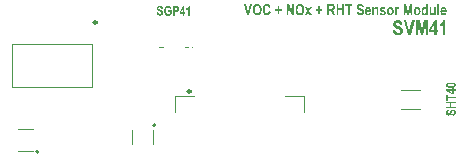
<source format=gto>
G04*
G04 #@! TF.GenerationSoftware,Altium Limited,Altium Designer,21.3.2 (30)*
G04*
G04 Layer_Color=65535*
%FSLAX25Y25*%
%MOIN*%
G70*
G04*
G04 #@! TF.SameCoordinates,7ABE349C-8111-4F2D-99A8-EBCD4980564F*
G04*
G04*
G04 #@! TF.FilePolarity,Positive*
G04*
G01*
G75*
%ADD10C,0.00394*%
%ADD11C,0.00984*%
%ADD12C,0.00787*%
G36*
X133241Y49979D02*
X133300Y49972D01*
X133372Y49966D01*
X133444Y49953D01*
X133530Y49940D01*
X133707Y49894D01*
X133805Y49861D01*
X133897Y49822D01*
X133989Y49776D01*
X134074Y49730D01*
X134159Y49664D01*
X134238Y49599D01*
X134245Y49592D01*
X134258Y49579D01*
X134277Y49559D01*
X134304Y49526D01*
X134330Y49487D01*
X134369Y49441D01*
X134402Y49382D01*
X134441Y49316D01*
X134481Y49244D01*
X134520Y49159D01*
X134553Y49067D01*
X134586Y48969D01*
X134619Y48864D01*
X134638Y48752D01*
X134658Y48628D01*
X134664Y48496D01*
X133844Y48450D01*
Y48457D01*
Y48470D01*
X133838Y48490D01*
X133831Y48516D01*
X133818Y48582D01*
X133792Y48667D01*
X133759Y48759D01*
X133720Y48851D01*
X133667Y48936D01*
X133608Y49002D01*
X133602Y49008D01*
X133576Y49028D01*
X133536Y49054D01*
X133477Y49080D01*
X133405Y49106D01*
X133320Y49133D01*
X133221Y49152D01*
X133103Y49159D01*
X133051D01*
X132992Y49152D01*
X132920Y49139D01*
X132834Y49126D01*
X132749Y49100D01*
X132670Y49067D01*
X132598Y49021D01*
X132592Y49015D01*
X132572Y48995D01*
X132539Y48969D01*
X132513Y48929D01*
X132480Y48877D01*
X132447Y48818D01*
X132428Y48746D01*
X132421Y48674D01*
Y48667D01*
Y48641D01*
X132428Y48601D01*
X132441Y48555D01*
X132460Y48503D01*
X132487Y48450D01*
X132526Y48392D01*
X132579Y48339D01*
X132585Y48333D01*
X132611Y48313D01*
X132657Y48287D01*
X132690Y48267D01*
X132729Y48247D01*
X132775Y48228D01*
X132828Y48201D01*
X132887Y48175D01*
X132959Y48149D01*
X133038Y48123D01*
X133123Y48096D01*
X133215Y48063D01*
X133320Y48031D01*
X133326D01*
X133346Y48024D01*
X133379Y48011D01*
X133418Y47998D01*
X133471Y47985D01*
X133530Y47965D01*
X133661Y47919D01*
X133805Y47860D01*
X133956Y47801D01*
X134087Y47729D01*
X134153Y47696D01*
X134205Y47657D01*
X134219Y47650D01*
X134251Y47624D01*
X134297Y47578D01*
X134363Y47519D01*
X134428Y47447D01*
X134501Y47355D01*
X134566Y47257D01*
X134625Y47145D01*
Y47139D01*
X134632Y47132D01*
X134638Y47112D01*
X134651Y47093D01*
X134671Y47027D01*
X134704Y46935D01*
X134730Y46830D01*
X134750Y46699D01*
X134769Y46555D01*
X134776Y46397D01*
Y46391D01*
Y46371D01*
Y46338D01*
X134769Y46292D01*
X134763Y46233D01*
X134756Y46168D01*
X134743Y46102D01*
X134724Y46023D01*
X134678Y45853D01*
X134645Y45761D01*
X134606Y45669D01*
X134560Y45577D01*
X134507Y45485D01*
X134448Y45400D01*
X134376Y45315D01*
X134369Y45308D01*
X134356Y45295D01*
X134336Y45276D01*
X134304Y45249D01*
X134258Y45216D01*
X134205Y45177D01*
X134146Y45138D01*
X134074Y45098D01*
X133995Y45059D01*
X133904Y45020D01*
X133799Y44980D01*
X133687Y44947D01*
X133569Y44921D01*
X133438Y44902D01*
X133293Y44888D01*
X133143Y44882D01*
X133103D01*
X133077Y44888D01*
X133044D01*
X133005Y44895D01*
X132906Y44908D01*
X132795Y44934D01*
X132664Y44974D01*
X132526Y45026D01*
X132382Y45092D01*
X132237Y45184D01*
X132087Y45295D01*
X132021Y45361D01*
X131949Y45433D01*
X131883Y45512D01*
X131824Y45597D01*
X131765Y45689D01*
X131706Y45787D01*
X131660Y45899D01*
X131614Y46017D01*
X131575Y46141D01*
X131542Y46279D01*
X131516Y46424D01*
X131496Y46574D01*
X132290Y46666D01*
Y46653D01*
X132296Y46627D01*
X132309Y46581D01*
X132323Y46522D01*
X132342Y46450D01*
X132369Y46364D01*
X132408Y46279D01*
X132447Y46194D01*
X132500Y46109D01*
X132565Y46023D01*
X132631Y45938D01*
X132716Y45872D01*
X132808Y45807D01*
X132920Y45761D01*
X133038Y45735D01*
X133169Y45722D01*
X133228D01*
X133293Y45735D01*
X133379Y45748D01*
X133471Y45768D01*
X133569Y45800D01*
X133661Y45846D01*
X133746Y45912D01*
X133753Y45918D01*
X133779Y45945D01*
X133812Y45990D01*
X133858Y46043D01*
X133897Y46115D01*
X133930Y46194D01*
X133956Y46286D01*
X133963Y46391D01*
Y46397D01*
Y46417D01*
X133956Y46450D01*
Y46489D01*
X133930Y46587D01*
X133910Y46633D01*
X133884Y46679D01*
Y46686D01*
X133871Y46699D01*
X133851Y46719D01*
X133831Y46745D01*
X133799Y46778D01*
X133759Y46810D01*
X133713Y46843D01*
X133661Y46870D01*
X133654Y46876D01*
X133628Y46883D01*
X133582Y46902D01*
X133549Y46916D01*
X133510Y46929D01*
X133471Y46948D01*
X133418Y46968D01*
X133352Y46988D01*
X133287Y47014D01*
X133208Y47034D01*
X133123Y47066D01*
X133031Y47093D01*
X132926Y47125D01*
X132920D01*
X132906Y47132D01*
X132874Y47139D01*
X132841Y47152D01*
X132801Y47165D01*
X132749Y47184D01*
X132638Y47230D01*
X132513Y47276D01*
X132388Y47335D01*
X132270Y47401D01*
X132165Y47466D01*
X132152Y47473D01*
X132126Y47499D01*
X132080Y47545D01*
X132027Y47598D01*
X131962Y47670D01*
X131903Y47749D01*
X131837Y47847D01*
X131778Y47952D01*
Y47958D01*
X131772Y47965D01*
X131758Y48004D01*
X131732Y48063D01*
X131712Y48149D01*
X131686Y48241D01*
X131660Y48352D01*
X131647Y48477D01*
X131640Y48601D01*
Y48608D01*
Y48621D01*
Y48641D01*
Y48667D01*
X131647Y48706D01*
Y48746D01*
X131660Y48844D01*
X131686Y48956D01*
X131712Y49080D01*
X131758Y49205D01*
X131817Y49330D01*
Y49336D01*
X131824Y49343D01*
X131850Y49382D01*
X131890Y49441D01*
X131949Y49513D01*
X132021Y49592D01*
X132106Y49671D01*
X132211Y49749D01*
X132323Y49815D01*
X132329D01*
X132336Y49822D01*
X132355Y49828D01*
X132382Y49841D01*
X132414Y49854D01*
X132454Y49867D01*
X132546Y49900D01*
X132664Y49933D01*
X132801Y49959D01*
X132952Y49979D01*
X133123Y49986D01*
X133188D01*
X133241Y49979D01*
D02*
G37*
G36*
X143120Y44967D02*
X142359D01*
Y48851D01*
X141559Y44967D01*
X140772D01*
X139978Y48851D01*
Y44967D01*
X139217D01*
Y49900D01*
X140437D01*
X141165Y46528D01*
X141887Y49900D01*
X143120D01*
Y44967D01*
D02*
G37*
G36*
X137374D02*
X136488D01*
X135052Y49900D01*
X135931D01*
X136954Y46246D01*
X137938Y49900D01*
X138817D01*
X137374Y44967D01*
D02*
G37*
G36*
X148887D02*
X148112D01*
Y48536D01*
X148106Y48529D01*
X148093Y48516D01*
X148067Y48490D01*
X148034Y48457D01*
X147994Y48418D01*
X147942Y48372D01*
X147889Y48319D01*
X147824Y48260D01*
X147752Y48201D01*
X147673Y48142D01*
X147503Y48024D01*
X147312Y47913D01*
X147109Y47821D01*
Y48680D01*
X147115D01*
X147122Y48687D01*
X147142Y48693D01*
X147168Y48706D01*
X147227Y48739D01*
X147312Y48785D01*
X147411Y48844D01*
X147529Y48929D01*
X147647Y49021D01*
X147778Y49139D01*
X147784Y49146D01*
X147791Y49152D01*
X147811Y49172D01*
X147837Y49198D01*
X147896Y49270D01*
X147968Y49362D01*
X148047Y49474D01*
X148126Y49605D01*
X148198Y49756D01*
X148257Y49913D01*
X148887D01*
Y44967D01*
D02*
G37*
G36*
X146033Y46791D02*
X146532D01*
Y45958D01*
X146033D01*
Y44967D01*
X145285D01*
Y45958D01*
X143625D01*
Y46784D01*
X145377Y49913D01*
X146033D01*
Y46791D01*
D02*
G37*
G36*
X120669Y55398D02*
X120713Y55393D01*
X120768Y55388D01*
X120822Y55378D01*
X120886Y55368D01*
X121019Y55334D01*
X121092Y55309D01*
X121161Y55280D01*
X121230Y55245D01*
X121294Y55211D01*
X121358Y55161D01*
X121417Y55112D01*
X121422Y55107D01*
X121432Y55098D01*
X121447Y55083D01*
X121466Y55058D01*
X121486Y55029D01*
X121515Y54994D01*
X121540Y54950D01*
X121570Y54901D01*
X121599Y54847D01*
X121629Y54783D01*
X121653Y54714D01*
X121678Y54640D01*
X121702Y54561D01*
X121717Y54478D01*
X121732Y54384D01*
X121737Y54286D01*
X121122Y54251D01*
Y54256D01*
Y54266D01*
X121117Y54281D01*
X121112Y54300D01*
X121102Y54350D01*
X121082Y54414D01*
X121058Y54483D01*
X121028Y54551D01*
X120989Y54615D01*
X120945Y54665D01*
X120940Y54669D01*
X120920Y54684D01*
X120891Y54704D01*
X120846Y54724D01*
X120792Y54743D01*
X120728Y54763D01*
X120654Y54778D01*
X120566Y54783D01*
X120527D01*
X120482Y54778D01*
X120428Y54768D01*
X120364Y54758D01*
X120300Y54738D01*
X120241Y54714D01*
X120187Y54679D01*
X120182Y54674D01*
X120167Y54660D01*
X120143Y54640D01*
X120123Y54611D01*
X120098Y54571D01*
X120074Y54527D01*
X120059Y54473D01*
X120054Y54419D01*
Y54414D01*
Y54394D01*
X120059Y54364D01*
X120069Y54330D01*
X120084Y54291D01*
X120103Y54251D01*
X120133Y54207D01*
X120172Y54168D01*
X120177Y54163D01*
X120197Y54148D01*
X120231Y54128D01*
X120256Y54114D01*
X120285Y54099D01*
X120320Y54084D01*
X120359Y54064D01*
X120404Y54045D01*
X120458Y54025D01*
X120517Y54005D01*
X120581Y53986D01*
X120650Y53961D01*
X120728Y53936D01*
X120733D01*
X120748Y53931D01*
X120773Y53922D01*
X120802Y53912D01*
X120841Y53902D01*
X120886Y53887D01*
X120984Y53853D01*
X121092Y53808D01*
X121205Y53764D01*
X121304Y53710D01*
X121353Y53685D01*
X121392Y53656D01*
X121402Y53651D01*
X121427Y53631D01*
X121461Y53597D01*
X121511Y53553D01*
X121560Y53499D01*
X121614Y53430D01*
X121663Y53356D01*
X121707Y53272D01*
Y53267D01*
X121712Y53262D01*
X121717Y53248D01*
X121727Y53233D01*
X121742Y53184D01*
X121766Y53115D01*
X121786Y53036D01*
X121801Y52938D01*
X121816Y52829D01*
X121820Y52711D01*
Y52706D01*
Y52692D01*
Y52667D01*
X121816Y52633D01*
X121811Y52588D01*
X121806Y52539D01*
X121796Y52490D01*
X121781Y52431D01*
X121747Y52303D01*
X121722Y52234D01*
X121693Y52165D01*
X121658Y52096D01*
X121619Y52027D01*
X121574Y51964D01*
X121520Y51899D01*
X121515Y51895D01*
X121506Y51885D01*
X121491Y51870D01*
X121466Y51850D01*
X121432Y51826D01*
X121392Y51796D01*
X121348Y51767D01*
X121294Y51737D01*
X121235Y51708D01*
X121166Y51678D01*
X121087Y51649D01*
X121004Y51624D01*
X120915Y51604D01*
X120817Y51590D01*
X120709Y51580D01*
X120595Y51575D01*
X120566D01*
X120546Y51580D01*
X120522D01*
X120492Y51585D01*
X120418Y51595D01*
X120335Y51614D01*
X120236Y51644D01*
X120133Y51683D01*
X120025Y51732D01*
X119916Y51801D01*
X119803Y51885D01*
X119754Y51934D01*
X119700Y51988D01*
X119651Y52047D01*
X119606Y52111D01*
X119562Y52180D01*
X119518Y52254D01*
X119483Y52337D01*
X119449Y52426D01*
X119420Y52519D01*
X119395Y52623D01*
X119375Y52731D01*
X119360Y52844D01*
X119956Y52913D01*
Y52903D01*
X119961Y52883D01*
X119971Y52849D01*
X119980Y52805D01*
X119995Y52751D01*
X120015Y52687D01*
X120044Y52623D01*
X120074Y52559D01*
X120113Y52495D01*
X120162Y52431D01*
X120212Y52367D01*
X120276Y52318D01*
X120344Y52268D01*
X120428Y52234D01*
X120517Y52214D01*
X120615Y52205D01*
X120659D01*
X120709Y52214D01*
X120773Y52224D01*
X120841Y52239D01*
X120915Y52264D01*
X120984Y52298D01*
X121048Y52347D01*
X121053Y52352D01*
X121073Y52372D01*
X121097Y52406D01*
X121132Y52446D01*
X121161Y52500D01*
X121186Y52559D01*
X121205Y52628D01*
X121210Y52706D01*
Y52711D01*
Y52726D01*
X121205Y52751D01*
Y52780D01*
X121186Y52854D01*
X121171Y52889D01*
X121151Y52923D01*
Y52928D01*
X121142Y52938D01*
X121127Y52952D01*
X121112Y52972D01*
X121087Y52997D01*
X121058Y53021D01*
X121023Y53046D01*
X120984Y53066D01*
X120979Y53070D01*
X120959Y53075D01*
X120925Y53090D01*
X120900Y53100D01*
X120871Y53110D01*
X120841Y53125D01*
X120802Y53139D01*
X120753Y53154D01*
X120704Y53174D01*
X120645Y53189D01*
X120581Y53213D01*
X120512Y53233D01*
X120433Y53257D01*
X120428D01*
X120418Y53262D01*
X120394Y53267D01*
X120369Y53277D01*
X120340Y53287D01*
X120300Y53302D01*
X120217Y53336D01*
X120123Y53371D01*
X120030Y53415D01*
X119941Y53464D01*
X119862Y53513D01*
X119852Y53518D01*
X119833Y53538D01*
X119798Y53572D01*
X119759Y53612D01*
X119710Y53666D01*
X119666Y53725D01*
X119616Y53799D01*
X119572Y53877D01*
Y53882D01*
X119567Y53887D01*
X119557Y53917D01*
X119538Y53961D01*
X119523Y54025D01*
X119503Y54094D01*
X119483Y54177D01*
X119474Y54271D01*
X119469Y54364D01*
Y54369D01*
Y54379D01*
Y54394D01*
Y54414D01*
X119474Y54443D01*
Y54473D01*
X119483Y54546D01*
X119503Y54630D01*
X119523Y54724D01*
X119557Y54817D01*
X119602Y54911D01*
Y54915D01*
X119606Y54920D01*
X119626Y54950D01*
X119656Y54994D01*
X119700Y55048D01*
X119754Y55107D01*
X119818Y55166D01*
X119897Y55225D01*
X119980Y55275D01*
X119985D01*
X119990Y55280D01*
X120005Y55285D01*
X120025Y55294D01*
X120049Y55304D01*
X120079Y55314D01*
X120148Y55339D01*
X120236Y55363D01*
X120340Y55383D01*
X120453Y55398D01*
X120581Y55403D01*
X120630D01*
X120669Y55398D01*
D02*
G37*
G36*
X89619Y55398D02*
X89663Y55393D01*
X89718Y55383D01*
X89772Y55373D01*
X89836Y55358D01*
X89899Y55339D01*
X89968Y55319D01*
X90042Y55289D01*
X90111Y55255D01*
X90185Y55216D01*
X90254Y55166D01*
X90328Y55117D01*
X90391Y55053D01*
X90396Y55048D01*
X90401Y55043D01*
X90416Y55029D01*
X90431Y55009D01*
X90451Y54979D01*
X90475Y54950D01*
X90500Y54911D01*
X90529Y54866D01*
X90554Y54817D01*
X90583Y54763D01*
X90613Y54704D01*
X90647Y54640D01*
X90672Y54566D01*
X90702Y54492D01*
X90726Y54409D01*
X90751Y54320D01*
X90145Y54143D01*
Y54148D01*
X90141Y54158D01*
Y54173D01*
X90136Y54192D01*
X90116Y54246D01*
X90096Y54310D01*
X90062Y54384D01*
X90022Y54463D01*
X89968Y54537D01*
X89909Y54601D01*
X89899Y54606D01*
X89880Y54625D01*
X89841Y54650D01*
X89796Y54684D01*
X89732Y54714D01*
X89663Y54738D01*
X89585Y54758D01*
X89501Y54763D01*
X89467D01*
X89447Y54758D01*
X89417Y54753D01*
X89383Y54748D01*
X89309Y54729D01*
X89220Y54689D01*
X89176Y54669D01*
X89132Y54640D01*
X89083Y54606D01*
X89038Y54566D01*
X88994Y54522D01*
X88955Y54468D01*
Y54463D01*
X88945Y54453D01*
X88935Y54438D01*
X88920Y54414D01*
X88906Y54379D01*
X88886Y54340D01*
X88871Y54296D01*
X88851Y54237D01*
X88832Y54177D01*
X88812Y54104D01*
X88793Y54025D01*
X88778Y53936D01*
X88763Y53843D01*
X88753Y53740D01*
X88748Y53626D01*
X88743Y53503D01*
Y53494D01*
Y53474D01*
Y53439D01*
X88748Y53390D01*
Y53331D01*
X88753Y53267D01*
X88763Y53193D01*
X88768Y53120D01*
X88793Y52952D01*
X88832Y52790D01*
X88857Y52711D01*
X88881Y52637D01*
X88915Y52569D01*
X88950Y52510D01*
X88955Y52505D01*
X88960Y52495D01*
X88970Y52480D01*
X88989Y52465D01*
X89034Y52416D01*
X89093Y52362D01*
X89171Y52308D01*
X89265Y52259D01*
X89314Y52244D01*
X89368Y52229D01*
X89427Y52219D01*
X89486Y52214D01*
X89496D01*
X89526Y52219D01*
X89570Y52224D01*
X89629Y52239D01*
X89693Y52259D01*
X89767Y52293D01*
X89836Y52337D01*
X89904Y52401D01*
X89914Y52411D01*
X89934Y52436D01*
X89964Y52480D01*
X90003Y52544D01*
X90047Y52628D01*
X90067Y52677D01*
X90087Y52731D01*
X90106Y52790D01*
X90126Y52854D01*
X90145Y52923D01*
X90160Y52997D01*
X90756Y52765D01*
Y52760D01*
X90751Y52741D01*
X90741Y52706D01*
X90726Y52662D01*
X90711Y52613D01*
X90692Y52554D01*
X90672Y52490D01*
X90642Y52421D01*
X90579Y52273D01*
X90500Y52121D01*
X90451Y52052D01*
X90401Y51983D01*
X90347Y51919D01*
X90288Y51860D01*
X90283Y51855D01*
X90273Y51850D01*
X90254Y51836D01*
X90229Y51816D01*
X90200Y51796D01*
X90160Y51772D01*
X90121Y51742D01*
X90072Y51718D01*
X90013Y51693D01*
X89954Y51663D01*
X89890Y51639D01*
X89821Y51619D01*
X89747Y51599D01*
X89668Y51590D01*
X89585Y51580D01*
X89496Y51575D01*
X89472D01*
X89437Y51580D01*
X89398D01*
X89349Y51590D01*
X89289Y51599D01*
X89226Y51614D01*
X89157Y51634D01*
X89078Y51653D01*
X89004Y51683D01*
X88920Y51722D01*
X88842Y51767D01*
X88763Y51816D01*
X88684Y51880D01*
X88611Y51949D01*
X88537Y52027D01*
X88532Y52032D01*
X88517Y52052D01*
X88497Y52082D01*
X88473Y52126D01*
X88438Y52180D01*
X88404Y52244D01*
X88364Y52318D01*
X88325Y52406D01*
X88286Y52500D01*
X88246Y52608D01*
X88212Y52726D01*
X88178Y52854D01*
X88153Y52992D01*
X88133Y53134D01*
X88118Y53292D01*
X88113Y53454D01*
Y53459D01*
Y53464D01*
Y53479D01*
Y53494D01*
X88118Y53543D01*
Y53612D01*
X88128Y53690D01*
X88138Y53784D01*
X88148Y53882D01*
X88168Y53995D01*
X88187Y54109D01*
X88217Y54232D01*
X88251Y54355D01*
X88291Y54478D01*
X88340Y54601D01*
X88399Y54719D01*
X88463Y54832D01*
X88537Y54935D01*
X88542Y54940D01*
X88556Y54955D01*
X88576Y54979D01*
X88605Y55009D01*
X88645Y55043D01*
X88689Y55083D01*
X88743Y55127D01*
X88802Y55171D01*
X88871Y55211D01*
X88945Y55255D01*
X89029Y55294D01*
X89117Y55329D01*
X89211Y55358D01*
X89314Y55383D01*
X89422Y55398D01*
X89535Y55403D01*
X89585D01*
X89619Y55398D01*
D02*
G37*
G36*
X143173Y51639D02*
X142632D01*
Y52027D01*
X142627Y52018D01*
X142607Y51988D01*
X142578Y51949D01*
X142539Y51899D01*
X142494Y51845D01*
X142440Y51791D01*
X142376Y51737D01*
X142312Y51688D01*
X142302Y51683D01*
X142283Y51668D01*
X142248Y51653D01*
X142199Y51634D01*
X142145Y51609D01*
X142081Y51595D01*
X142012Y51580D01*
X141943Y51575D01*
X141929D01*
X141909Y51580D01*
X141879D01*
X141850Y51585D01*
X141810Y51595D01*
X141727Y51619D01*
X141678Y51639D01*
X141623Y51663D01*
X141569Y51693D01*
X141515Y51727D01*
X141461Y51772D01*
X141407Y51821D01*
X141353Y51875D01*
X141299Y51939D01*
X141294Y51944D01*
X141289Y51959D01*
X141274Y51978D01*
X141254Y52008D01*
X141235Y52047D01*
X141215Y52091D01*
X141191Y52145D01*
X141166Y52210D01*
X141136Y52278D01*
X141112Y52357D01*
X141092Y52446D01*
X141072Y52539D01*
X141053Y52642D01*
X141038Y52751D01*
X141033Y52869D01*
X141028Y52992D01*
Y53002D01*
Y53021D01*
Y53056D01*
X141033Y53105D01*
X141038Y53159D01*
X141043Y53228D01*
X141053Y53302D01*
X141063Y53376D01*
X141092Y53543D01*
X141141Y53715D01*
X141171Y53799D01*
X141205Y53882D01*
X141250Y53956D01*
X141294Y54025D01*
X141299Y54030D01*
X141309Y54040D01*
X141323Y54059D01*
X141343Y54079D01*
X141368Y54109D01*
X141397Y54138D01*
X141437Y54168D01*
X141476Y54202D01*
X141569Y54266D01*
X141683Y54325D01*
X141746Y54345D01*
X141810Y54364D01*
X141879Y54374D01*
X141953Y54379D01*
X141983D01*
X142017Y54374D01*
X142066Y54369D01*
X142115Y54355D01*
X142174Y54340D01*
X142234Y54315D01*
X142293Y54286D01*
X142302Y54281D01*
X142322Y54266D01*
X142352Y54246D01*
X142391Y54217D01*
X142435Y54177D01*
X142489Y54128D01*
X142539Y54069D01*
X142593Y54005D01*
Y55339D01*
X143173D01*
Y51639D01*
D02*
G37*
G36*
X133309Y54374D02*
X133358Y54364D01*
X133417Y54345D01*
X133481Y54320D01*
X133550Y54286D01*
X133619Y54241D01*
X133437Y53626D01*
X133432Y53631D01*
X133412Y53646D01*
X133382Y53666D01*
X133348Y53685D01*
X133304Y53705D01*
X133259Y53725D01*
X133210Y53740D01*
X133161Y53745D01*
X133141D01*
X133117Y53740D01*
X133087Y53735D01*
X133053Y53720D01*
X133018Y53705D01*
X132979Y53681D01*
X132945Y53651D01*
X132940Y53646D01*
X132930Y53631D01*
X132915Y53612D01*
X132895Y53577D01*
X132876Y53533D01*
X132851Y53479D01*
X132831Y53410D01*
X132817Y53326D01*
Y53321D01*
Y53316D01*
X132812Y53302D01*
Y53282D01*
X132807Y53253D01*
Y53218D01*
X132802Y53179D01*
X132797Y53135D01*
X132792Y53075D01*
Y53016D01*
X132787Y52943D01*
X132782Y52864D01*
Y52780D01*
X132777Y52682D01*
Y52579D01*
Y52465D01*
Y51639D01*
X132197D01*
Y54315D01*
X132738D01*
Y53936D01*
X132743Y53941D01*
X132753Y53956D01*
X132763Y53976D01*
X132787Y54020D01*
X132822Y54074D01*
X132861Y54133D01*
X132900Y54192D01*
X132945Y54246D01*
X132984Y54286D01*
X132989Y54291D01*
X133004Y54300D01*
X133028Y54315D01*
X133058Y54335D01*
X133092Y54350D01*
X133136Y54364D01*
X133186Y54374D01*
X133235Y54379D01*
X133269D01*
X133309Y54374D01*
D02*
G37*
G36*
X126027D02*
X126086Y54364D01*
X126155Y54345D01*
X126229Y54325D01*
X126298Y54291D01*
X126366Y54246D01*
X126376Y54241D01*
X126396Y54222D01*
X126426Y54192D01*
X126465Y54153D01*
X126504Y54104D01*
X126544Y54045D01*
X126583Y53976D01*
X126612Y53902D01*
X126618Y53892D01*
X126622Y53863D01*
X126632Y53818D01*
X126647Y53750D01*
X126662Y53666D01*
X126672Y53562D01*
X126676Y53439D01*
X126681Y53302D01*
Y51639D01*
X126101D01*
Y53007D01*
Y53012D01*
Y53026D01*
Y53046D01*
Y53070D01*
Y53105D01*
Y53144D01*
X126096Y53228D01*
X126091Y53321D01*
X126086Y53410D01*
X126076Y53489D01*
X126071Y53523D01*
X126066Y53553D01*
Y53558D01*
X126061Y53577D01*
X126052Y53602D01*
X126037Y53631D01*
X126003Y53700D01*
X125973Y53735D01*
X125943Y53764D01*
X125938Y53769D01*
X125929Y53774D01*
X125909Y53789D01*
X125884Y53804D01*
X125855Y53813D01*
X125820Y53828D01*
X125781Y53833D01*
X125737Y53838D01*
X125712D01*
X125683Y53833D01*
X125648Y53828D01*
X125609Y53813D01*
X125565Y53799D01*
X125515Y53774D01*
X125471Y53740D01*
X125466Y53735D01*
X125451Y53725D01*
X125432Y53700D01*
X125407Y53671D01*
X125378Y53636D01*
X125353Y53592D01*
X125323Y53538D01*
X125304Y53479D01*
Y53469D01*
X125299Y53444D01*
X125294Y53425D01*
X125289Y53400D01*
X125284Y53371D01*
Y53336D01*
X125279Y53297D01*
X125274Y53253D01*
X125269Y53198D01*
X125265Y53144D01*
Y53080D01*
X125259Y53012D01*
Y52933D01*
Y52849D01*
Y51639D01*
X124679D01*
Y54315D01*
X125215D01*
Y53927D01*
X125220Y53931D01*
X125240Y53961D01*
X125269Y54000D01*
X125309Y54050D01*
X125358Y54104D01*
X125412Y54163D01*
X125471Y54212D01*
X125535Y54261D01*
X125545Y54266D01*
X125569Y54281D01*
X125604Y54300D01*
X125653Y54320D01*
X125712Y54340D01*
X125781Y54360D01*
X125860Y54374D01*
X125938Y54379D01*
X125983D01*
X126027Y54374D01*
D02*
G37*
G36*
X115119Y51639D02*
X114509D01*
Y53257D01*
X113304D01*
Y51639D01*
X112694D01*
Y55339D01*
X113304D01*
Y53882D01*
X114509D01*
Y55339D01*
X115119D01*
Y51639D01*
D02*
G37*
G36*
X103651Y53031D02*
X104463Y51639D01*
X103749D01*
X103297Y52416D01*
X102849Y51639D01*
X102170D01*
X102957Y53002D01*
X102199Y54315D01*
X102908D01*
X103311Y53617D01*
X103715Y54315D01*
X104399D01*
X103651Y53031D01*
D02*
G37*
G36*
X128148Y54374D02*
X128187D01*
X128226Y54369D01*
X128325Y54360D01*
X128428Y54335D01*
X128536Y54305D01*
X128640Y54266D01*
X128689Y54237D01*
X128733Y54207D01*
X128738D01*
X128743Y54197D01*
X128772Y54177D01*
X128812Y54133D01*
X128856Y54079D01*
X128910Y54000D01*
X128964Y53907D01*
X129014Y53799D01*
X129053Y53666D01*
X128507Y53543D01*
Y53548D01*
X128502Y53558D01*
X128497Y53572D01*
X128492Y53592D01*
X128467Y53646D01*
X128428Y53705D01*
X128374Y53764D01*
X128340Y53794D01*
X128300Y53818D01*
X128256Y53838D01*
X128207Y53853D01*
X128153Y53863D01*
X128088Y53868D01*
X128054D01*
X128015Y53863D01*
X127971Y53858D01*
X127872Y53843D01*
X127823Y53823D01*
X127784Y53804D01*
X127779Y53799D01*
X127769Y53794D01*
X127754Y53779D01*
X127739Y53759D01*
X127710Y53710D01*
X127700Y53681D01*
X127695Y53646D01*
Y53641D01*
Y53631D01*
X127700Y53617D01*
X127705Y53597D01*
X127715Y53572D01*
X127729Y53548D01*
X127749Y53523D01*
X127774Y53499D01*
X127779Y53494D01*
X127793Y53489D01*
X127823Y53474D01*
X127842Y53464D01*
X127872Y53454D01*
X127902Y53439D01*
X127936Y53430D01*
X127980Y53415D01*
X128030Y53395D01*
X128084Y53380D01*
X128143Y53361D01*
X128211Y53341D01*
X128290Y53316D01*
X128295D01*
X128310Y53312D01*
X128334Y53302D01*
X128369Y53292D01*
X128408Y53277D01*
X128453Y53262D01*
X128556Y53223D01*
X128664Y53174D01*
X128777Y53120D01*
X128826Y53090D01*
X128876Y53056D01*
X128920Y53021D01*
X128955Y52987D01*
X128964Y52977D01*
X128984Y52952D01*
X129009Y52908D01*
X129043Y52849D01*
X129072Y52775D01*
X129102Y52682D01*
X129122Y52583D01*
X129127Y52465D01*
Y52460D01*
Y52451D01*
Y52426D01*
X129122Y52401D01*
X129117Y52367D01*
X129112Y52328D01*
X129092Y52239D01*
X129063Y52141D01*
X129014Y52032D01*
X128984Y51978D01*
X128945Y51924D01*
X128905Y51875D01*
X128856Y51826D01*
X128851Y51821D01*
X128846Y51816D01*
X128826Y51801D01*
X128807Y51786D01*
X128782Y51767D01*
X128748Y51747D01*
X128709Y51722D01*
X128664Y51703D01*
X128615Y51678D01*
X128561Y51653D01*
X128502Y51634D01*
X128433Y51614D01*
X128364Y51599D01*
X128290Y51585D01*
X128207Y51580D01*
X128123Y51575D01*
X128084D01*
X128054Y51580D01*
X128015D01*
X127975Y51585D01*
X127877Y51599D01*
X127769Y51624D01*
X127651Y51663D01*
X127538Y51713D01*
X127429Y51781D01*
X127424Y51786D01*
X127419Y51791D01*
X127405Y51806D01*
X127385Y51821D01*
X127341Y51870D01*
X127282Y51939D01*
X127223Y52022D01*
X127164Y52131D01*
X127114Y52254D01*
X127075Y52397D01*
X127656Y52510D01*
Y52505D01*
X127661Y52490D01*
X127665Y52470D01*
X127675Y52446D01*
X127685Y52411D01*
X127700Y52377D01*
X127744Y52298D01*
X127769Y52259D01*
X127803Y52219D01*
X127842Y52185D01*
X127882Y52150D01*
X127936Y52126D01*
X127990Y52106D01*
X128054Y52091D01*
X128123Y52087D01*
X128157D01*
X128192Y52091D01*
X128241Y52096D01*
X128290Y52106D01*
X128340Y52121D01*
X128389Y52141D01*
X128433Y52165D01*
X128438Y52170D01*
X128448Y52180D01*
X128467Y52200D01*
X128487Y52219D01*
X128507Y52254D01*
X128526Y52288D01*
X128536Y52328D01*
X128541Y52377D01*
Y52382D01*
Y52391D01*
Y52406D01*
X128536Y52426D01*
X128522Y52470D01*
X128492Y52514D01*
X128482Y52524D01*
X128472Y52534D01*
X128453Y52544D01*
X128428Y52559D01*
X128394Y52574D01*
X128354Y52588D01*
X128305Y52603D01*
X128295D01*
X128276Y52613D01*
X128236Y52623D01*
X128192Y52637D01*
X128133Y52652D01*
X128069Y52672D01*
X127995Y52692D01*
X127921Y52716D01*
X127769Y52775D01*
X127690Y52805D01*
X127616Y52834D01*
X127552Y52864D01*
X127488Y52898D01*
X127439Y52928D01*
X127395Y52962D01*
X127390Y52967D01*
X127385Y52972D01*
X127356Y53002D01*
X127321Y53051D01*
X127277Y53120D01*
X127233Y53203D01*
X127193Y53302D01*
X127164Y53420D01*
X127159Y53484D01*
X127154Y53553D01*
Y53558D01*
Y53567D01*
Y53587D01*
X127159Y53617D01*
Y53646D01*
X127169Y53685D01*
X127183Y53769D01*
X127213Y53863D01*
X127252Y53966D01*
X127311Y54064D01*
X127350Y54109D01*
X127390Y54153D01*
X127395Y54158D01*
X127400Y54163D01*
X127415Y54173D01*
X127434Y54187D01*
X127459Y54207D01*
X127488Y54227D01*
X127523Y54246D01*
X127567Y54266D01*
X127611Y54286D01*
X127661Y54305D01*
X127719Y54325D01*
X127779Y54345D01*
X127848Y54360D01*
X127921Y54369D01*
X127995Y54379D01*
X128118D01*
X128148Y54374D01*
D02*
G37*
G36*
X98519Y51639D02*
X97899D01*
X96684Y54050D01*
Y51639D01*
X96114D01*
Y55339D01*
X96709D01*
X97949Y52864D01*
Y55339D01*
X98519D01*
Y51639D01*
D02*
G37*
G36*
X137968Y51639D02*
X137397D01*
Y54551D01*
X136797Y51639D01*
X136206D01*
X135611Y54551D01*
Y51639D01*
X135040D01*
Y55339D01*
X135956D01*
X136502Y52810D01*
X137043Y55339D01*
X137968D01*
Y51639D01*
D02*
G37*
G36*
X83533Y51639D02*
X82869D01*
X81791Y55339D01*
X82451D01*
X83218Y52598D01*
X83956Y55339D01*
X84615D01*
X83533Y51639D01*
D02*
G37*
G36*
X107178Y53794D02*
X107976D01*
Y53130D01*
X107178D01*
Y52170D01*
X106647D01*
Y53130D01*
X105850D01*
Y53794D01*
X106647D01*
Y54753D01*
X107178D01*
Y53794D01*
D02*
G37*
G36*
X93644D02*
X94441D01*
Y53130D01*
X93644D01*
Y52170D01*
X93112D01*
Y53130D01*
X92315D01*
Y53794D01*
X93112D01*
Y54753D01*
X93644D01*
Y53794D01*
D02*
G37*
G36*
X145737Y51639D02*
X145195D01*
Y52037D01*
X145191Y52027D01*
X145176Y52003D01*
X145146Y51959D01*
X145112Y51909D01*
X145062Y51855D01*
X145008Y51801D01*
X144945Y51742D01*
X144876Y51693D01*
X144866Y51688D01*
X144841Y51673D01*
X144802Y51653D01*
X144753Y51634D01*
X144689Y51614D01*
X144620Y51595D01*
X144546Y51580D01*
X144467Y51575D01*
X144428D01*
X144388Y51580D01*
X144334Y51590D01*
X144275Y51604D01*
X144207Y51624D01*
X144142Y51649D01*
X144074Y51688D01*
X144069Y51693D01*
X144044Y51708D01*
X144015Y51737D01*
X143980Y51772D01*
X143941Y51816D01*
X143896Y51870D01*
X143857Y51934D01*
X143823Y52008D01*
Y52013D01*
X143818Y52018D01*
X143808Y52047D01*
X143798Y52096D01*
X143783Y52165D01*
X143764Y52249D01*
X143754Y52352D01*
X143744Y52475D01*
X143739Y52618D01*
Y54315D01*
X144320D01*
Y53080D01*
Y53075D01*
Y53056D01*
Y53031D01*
Y52997D01*
Y52952D01*
Y52908D01*
X144325Y52800D01*
Y52687D01*
X144330Y52579D01*
X144334Y52524D01*
Y52480D01*
X144339Y52441D01*
X144344Y52411D01*
Y52406D01*
X144349Y52387D01*
X144359Y52362D01*
X144369Y52333D01*
X144384Y52293D01*
X144403Y52259D01*
X144428Y52224D01*
X144457Y52190D01*
X144462Y52185D01*
X144472Y52180D01*
X144492Y52165D01*
X144521Y52155D01*
X144551Y52141D01*
X144590Y52126D01*
X144634Y52121D01*
X144679Y52116D01*
X144703D01*
X144733Y52121D01*
X144767Y52131D01*
X144812Y52141D01*
X144856Y52155D01*
X144900Y52180D01*
X144949Y52214D01*
X144954Y52219D01*
X144969Y52234D01*
X144994Y52254D01*
X145018Y52288D01*
X145048Y52323D01*
X145072Y52367D01*
X145097Y52421D01*
X145117Y52475D01*
Y52485D01*
X145122Y52495D01*
Y52510D01*
X145126Y52529D01*
X145131Y52554D01*
Y52588D01*
X145136Y52623D01*
X145141Y52667D01*
X145146Y52721D01*
Y52775D01*
X145151Y52844D01*
Y52918D01*
X145156Y52997D01*
Y53085D01*
Y53184D01*
Y54315D01*
X145737D01*
Y51639D01*
D02*
G37*
G36*
X146917D02*
X146337D01*
Y55339D01*
X146917D01*
Y51639D01*
D02*
G37*
G36*
X117939Y54714D02*
X117038D01*
Y51639D01*
X116428D01*
Y54714D01*
X115528D01*
Y55339D01*
X117939D01*
Y54714D01*
D02*
G37*
G36*
X111051Y55334D02*
X111095D01*
X111198Y55324D01*
X111316Y55314D01*
X111434Y55294D01*
X111543Y55270D01*
X111587Y55255D01*
X111631Y55235D01*
X111636D01*
X111641Y55230D01*
X111666Y55216D01*
X111705Y55191D01*
X111754Y55157D01*
X111808Y55107D01*
X111867Y55048D01*
X111926Y54975D01*
X111980Y54891D01*
Y54886D01*
X111985Y54881D01*
X111995Y54866D01*
X112000Y54847D01*
X112025Y54797D01*
X112049Y54724D01*
X112074Y54640D01*
X112099Y54537D01*
X112113Y54423D01*
X112118Y54300D01*
Y54296D01*
Y54281D01*
Y54261D01*
X112113Y54227D01*
Y54192D01*
X112108Y54148D01*
X112094Y54050D01*
X112069Y53941D01*
X112030Y53823D01*
X111976Y53710D01*
X111946Y53656D01*
X111907Y53602D01*
Y53597D01*
X111897Y53592D01*
X111867Y53558D01*
X111823Y53513D01*
X111754Y53459D01*
X111670Y53405D01*
X111572Y53351D01*
X111454Y53302D01*
X111316Y53267D01*
X111326Y53262D01*
X111351Y53243D01*
X111385Y53213D01*
X111429Y53179D01*
X111484Y53130D01*
X111538Y53080D01*
X111592Y53021D01*
X111641Y52957D01*
X111646Y52947D01*
X111666Y52923D01*
X111695Y52883D01*
X111710Y52854D01*
X111734Y52820D01*
X111754Y52780D01*
X111784Y52736D01*
X111813Y52687D01*
X111843Y52633D01*
X111877Y52574D01*
X111912Y52510D01*
X111951Y52436D01*
X111990Y52357D01*
X112359Y51639D01*
X111621D01*
X111183Y52441D01*
X111179Y52446D01*
X111174Y52460D01*
X111159Y52480D01*
X111144Y52510D01*
X111124Y52544D01*
X111105Y52583D01*
X111056Y52672D01*
X111001Y52765D01*
X110947Y52854D01*
X110923Y52898D01*
X110898Y52933D01*
X110878Y52962D01*
X110859Y52987D01*
X110854Y52992D01*
X110844Y53007D01*
X110829Y53026D01*
X110805Y53051D01*
X110746Y53100D01*
X110711Y53120D01*
X110677Y53139D01*
X110672D01*
X110657Y53144D01*
X110637Y53154D01*
X110603Y53164D01*
X110564Y53169D01*
X110509Y53179D01*
X110445Y53184D01*
X110249Y53184D01*
Y51639D01*
X109639D01*
Y55339D01*
X111006Y55339D01*
X111051Y55334D01*
D02*
G37*
G36*
X148428Y54374D02*
X148467Y54369D01*
X148512Y54360D01*
X148566Y54350D01*
X148620Y54335D01*
X148679Y54315D01*
X148738Y54296D01*
X148797Y54266D01*
X148861Y54232D01*
X148920Y54192D01*
X148979Y54143D01*
X149033Y54094D01*
X149087Y54030D01*
X149092Y54025D01*
X149102Y54010D01*
X149117Y53991D01*
X149136Y53956D01*
X149161Y53912D01*
X149186Y53863D01*
X149215Y53804D01*
X149244Y53735D01*
X149269Y53656D01*
X149299Y53567D01*
X149323Y53469D01*
X149348Y53366D01*
X149367Y53253D01*
X149382Y53130D01*
X149392Y52997D01*
X149397Y52854D01*
Y52775D01*
X147941D01*
Y52770D01*
Y52760D01*
Y52746D01*
X147946Y52721D01*
X147951Y52667D01*
X147960Y52593D01*
X147980Y52514D01*
X148005Y52431D01*
X148039Y52352D01*
X148083Y52278D01*
X148088Y52273D01*
X148108Y52254D01*
X148137Y52224D01*
X148177Y52195D01*
X148226Y52160D01*
X148280Y52136D01*
X148344Y52116D01*
X148413Y52106D01*
X148428D01*
X148438Y52111D01*
X148457D01*
X148506Y52126D01*
X148566Y52155D01*
X148595Y52175D01*
X148629Y52200D01*
X148659Y52229D01*
X148694Y52268D01*
X148718Y52313D01*
X148748Y52362D01*
X148772Y52421D01*
X148792Y52490D01*
X149367Y52372D01*
Y52367D01*
X149363Y52352D01*
X149353Y52333D01*
X149348Y52303D01*
X149333Y52273D01*
X149318Y52234D01*
X149279Y52145D01*
X149225Y52047D01*
X149166Y51944D01*
X149092Y51850D01*
X149048Y51806D01*
X149004Y51767D01*
X148998D01*
X148994Y51757D01*
X148979Y51747D01*
X148959Y51737D01*
X148935Y51722D01*
X148905Y51708D01*
X148836Y51673D01*
X148752Y51634D01*
X148649Y51604D01*
X148536Y51585D01*
X148408Y51575D01*
X148364D01*
X148329Y51580D01*
X148285Y51585D01*
X148241Y51595D01*
X148187Y51604D01*
X148133Y51614D01*
X148010Y51653D01*
X147946Y51678D01*
X147887Y51713D01*
X147823Y51747D01*
X147764Y51791D01*
X147710Y51841D01*
X147655Y51899D01*
X147651Y51904D01*
X147641Y51919D01*
X147626Y51939D01*
X147606Y51968D01*
X147582Y52008D01*
X147557Y52057D01*
X147528Y52111D01*
X147503Y52175D01*
X147473Y52244D01*
X147444Y52323D01*
X147419Y52411D01*
X147395Y52505D01*
X147375Y52608D01*
X147360Y52716D01*
X147350Y52834D01*
X147345Y52957D01*
Y52967D01*
Y52987D01*
Y53021D01*
X147350Y53070D01*
X147355Y53125D01*
X147360Y53193D01*
X147370Y53267D01*
X147385Y53346D01*
X147424Y53518D01*
X147449Y53607D01*
X147478Y53695D01*
X147513Y53784D01*
X147557Y53873D01*
X147606Y53956D01*
X147660Y54035D01*
X147665Y54040D01*
X147675Y54050D01*
X147690Y54064D01*
X147710Y54089D01*
X147734Y54114D01*
X147768Y54143D01*
X147803Y54177D01*
X147847Y54207D01*
X147891Y54241D01*
X147946Y54271D01*
X148064Y54325D01*
X148128Y54350D01*
X148197Y54364D01*
X148270Y54374D01*
X148349Y54379D01*
X148393D01*
X148428Y54374D01*
D02*
G37*
G36*
X139611D02*
X139650D01*
X139695Y54364D01*
X139744Y54360D01*
X139803Y54345D01*
X139862Y54325D01*
X139931Y54305D01*
X139995Y54276D01*
X140064Y54241D01*
X140133Y54202D01*
X140202Y54153D01*
X140270Y54099D01*
X140334Y54035D01*
X140393Y53961D01*
X140398Y53956D01*
X140408Y53941D01*
X140423Y53922D01*
X140443Y53887D01*
X140462Y53848D01*
X140492Y53799D01*
X140516Y53745D01*
X140546Y53685D01*
X140576Y53617D01*
X140600Y53543D01*
X140630Y53464D01*
X140649Y53376D01*
X140669Y53287D01*
X140684Y53193D01*
X140694Y53095D01*
X140699Y52992D01*
Y52987D01*
Y52972D01*
Y52952D01*
Y52923D01*
X140694Y52883D01*
X140689Y52844D01*
X140684Y52795D01*
X140679Y52741D01*
X140659Y52623D01*
X140630Y52500D01*
X140590Y52367D01*
X140536Y52239D01*
Y52234D01*
X140531Y52224D01*
X140521Y52210D01*
X140507Y52185D01*
X140472Y52126D01*
X140428Y52052D01*
X140364Y51973D01*
X140295Y51890D01*
X140216Y51811D01*
X140123Y51742D01*
X140118D01*
X140113Y51737D01*
X140098Y51727D01*
X140079Y51718D01*
X140024Y51688D01*
X139956Y51658D01*
X139872Y51629D01*
X139778Y51599D01*
X139675Y51580D01*
X139562Y51575D01*
X139542D01*
X139513Y51580D01*
X139483D01*
X139439Y51585D01*
X139390Y51595D01*
X139336Y51604D01*
X139277Y51624D01*
X139218Y51644D01*
X139149Y51668D01*
X139085Y51698D01*
X139016Y51732D01*
X138947Y51776D01*
X138878Y51826D01*
X138814Y51885D01*
X138750Y51949D01*
X138745Y51954D01*
X138735Y51968D01*
X138721Y51988D01*
X138701Y52018D01*
X138676Y52057D01*
X138647Y52101D01*
X138622Y52160D01*
X138593Y52224D01*
X138558Y52293D01*
X138534Y52372D01*
X138504Y52460D01*
X138480Y52554D01*
X138460Y52657D01*
X138445Y52770D01*
X138435Y52889D01*
X138430Y53012D01*
Y53016D01*
Y53031D01*
Y53051D01*
X138435Y53080D01*
Y53115D01*
X138440Y53154D01*
X138445Y53198D01*
X138450Y53248D01*
X138470Y53361D01*
X138494Y53479D01*
X138534Y53607D01*
X138583Y53730D01*
Y53735D01*
X138593Y53745D01*
X138598Y53759D01*
X138612Y53784D01*
X138647Y53843D01*
X138691Y53912D01*
X138750Y53991D01*
X138824Y54074D01*
X138903Y54148D01*
X138991Y54217D01*
X138996D01*
X139001Y54222D01*
X139016Y54232D01*
X139035Y54241D01*
X139090Y54266D01*
X139158Y54300D01*
X139242Y54330D01*
X139341Y54355D01*
X139449Y54374D01*
X139562Y54379D01*
X139587D01*
X139611Y54374D01*
D02*
G37*
G36*
X130672D02*
X130711D01*
X130755Y54364D01*
X130804Y54360D01*
X130863Y54345D01*
X130922Y54325D01*
X130991Y54305D01*
X131055Y54276D01*
X131124Y54241D01*
X131193Y54202D01*
X131262Y54153D01*
X131331Y54099D01*
X131395Y54035D01*
X131454Y53961D01*
X131459Y53956D01*
X131469Y53941D01*
X131483Y53922D01*
X131503Y53887D01*
X131523Y53848D01*
X131552Y53799D01*
X131577Y53745D01*
X131606Y53685D01*
X131636Y53617D01*
X131660Y53543D01*
X131690Y53464D01*
X131710Y53376D01*
X131729Y53287D01*
X131744Y53193D01*
X131754Y53095D01*
X131759Y52992D01*
Y52987D01*
Y52972D01*
Y52952D01*
Y52923D01*
X131754Y52883D01*
X131749Y52844D01*
X131744Y52795D01*
X131739Y52741D01*
X131720Y52623D01*
X131690Y52500D01*
X131651Y52367D01*
X131597Y52239D01*
Y52234D01*
X131592Y52224D01*
X131582Y52210D01*
X131567Y52185D01*
X131533Y52126D01*
X131488Y52052D01*
X131424Y51973D01*
X131355Y51890D01*
X131277Y51811D01*
X131183Y51742D01*
X131178D01*
X131173Y51737D01*
X131159Y51727D01*
X131139Y51718D01*
X131085Y51688D01*
X131016Y51658D01*
X130932Y51629D01*
X130839Y51599D01*
X130736Y51580D01*
X130622Y51575D01*
X130603D01*
X130573Y51580D01*
X130544D01*
X130499Y51585D01*
X130450Y51595D01*
X130396Y51604D01*
X130337Y51624D01*
X130278Y51644D01*
X130209Y51668D01*
X130145Y51698D01*
X130076Y51732D01*
X130007Y51776D01*
X129938Y51826D01*
X129875Y51885D01*
X129811Y51949D01*
X129806Y51954D01*
X129796Y51968D01*
X129781Y51988D01*
X129761Y52018D01*
X129737Y52057D01*
X129707Y52101D01*
X129683Y52160D01*
X129653Y52224D01*
X129619Y52293D01*
X129594Y52372D01*
X129564Y52460D01*
X129540Y52554D01*
X129520Y52657D01*
X129506Y52770D01*
X129496Y52889D01*
X129491Y53012D01*
Y53016D01*
Y53031D01*
Y53051D01*
X129496Y53080D01*
Y53115D01*
X129501Y53154D01*
X129506Y53198D01*
X129510Y53248D01*
X129530Y53361D01*
X129555Y53479D01*
X129594Y53607D01*
X129643Y53730D01*
Y53735D01*
X129653Y53745D01*
X129658Y53759D01*
X129673Y53784D01*
X129707Y53843D01*
X129752Y53912D01*
X129811Y53991D01*
X129884Y54074D01*
X129963Y54148D01*
X130052Y54217D01*
X130057D01*
X130061Y54222D01*
X130076Y54232D01*
X130096Y54241D01*
X130150Y54266D01*
X130219Y54300D01*
X130303Y54330D01*
X130401Y54355D01*
X130509Y54374D01*
X130622Y54379D01*
X130647D01*
X130672Y54374D01*
D02*
G37*
G36*
X123247D02*
X123287Y54369D01*
X123331Y54360D01*
X123385Y54350D01*
X123439Y54335D01*
X123498Y54315D01*
X123557Y54296D01*
X123616Y54266D01*
X123680Y54232D01*
X123739Y54192D01*
X123798Y54143D01*
X123852Y54094D01*
X123907Y54030D01*
X123911Y54025D01*
X123921Y54010D01*
X123936Y53991D01*
X123956Y53956D01*
X123980Y53912D01*
X124005Y53863D01*
X124035Y53804D01*
X124064Y53735D01*
X124089Y53656D01*
X124118Y53567D01*
X124143Y53469D01*
X124167Y53366D01*
X124187Y53253D01*
X124202Y53130D01*
X124212Y52997D01*
X124216Y52854D01*
Y52775D01*
X122760D01*
Y52770D01*
Y52760D01*
Y52746D01*
X122765Y52721D01*
X122770Y52667D01*
X122780Y52593D01*
X122800Y52514D01*
X122824Y52431D01*
X122859Y52352D01*
X122903Y52278D01*
X122908Y52273D01*
X122927Y52254D01*
X122957Y52224D01*
X122996Y52195D01*
X123046Y52160D01*
X123100Y52136D01*
X123164Y52116D01*
X123232Y52106D01*
X123247D01*
X123257Y52111D01*
X123277D01*
X123326Y52126D01*
X123385Y52155D01*
X123415Y52175D01*
X123449Y52200D01*
X123478Y52229D01*
X123513Y52268D01*
X123538Y52313D01*
X123567Y52362D01*
X123592Y52421D01*
X123611Y52490D01*
X124187Y52372D01*
Y52367D01*
X124182Y52352D01*
X124172Y52333D01*
X124167Y52303D01*
X124153Y52273D01*
X124138Y52234D01*
X124098Y52145D01*
X124044Y52047D01*
X123985Y51944D01*
X123911Y51850D01*
X123867Y51806D01*
X123823Y51767D01*
X123818D01*
X123813Y51757D01*
X123798Y51747D01*
X123779Y51737D01*
X123754Y51722D01*
X123724Y51708D01*
X123656Y51673D01*
X123572Y51634D01*
X123469Y51604D01*
X123355Y51585D01*
X123228Y51575D01*
X123183D01*
X123149Y51580D01*
X123105Y51585D01*
X123060Y51595D01*
X123006Y51604D01*
X122952Y51614D01*
X122829Y51653D01*
X122765Y51678D01*
X122706Y51713D01*
X122642Y51747D01*
X122583Y51791D01*
X122529Y51841D01*
X122475Y51899D01*
X122470Y51904D01*
X122460Y51919D01*
X122445Y51939D01*
X122426Y51968D01*
X122401Y52008D01*
X122376Y52057D01*
X122347Y52111D01*
X122322Y52175D01*
X122293Y52244D01*
X122263Y52323D01*
X122239Y52411D01*
X122214Y52505D01*
X122194Y52608D01*
X122180Y52716D01*
X122170Y52834D01*
X122165Y52957D01*
Y52967D01*
Y52987D01*
Y53021D01*
X122170Y53070D01*
X122175Y53125D01*
X122180Y53193D01*
X122189Y53267D01*
X122204Y53346D01*
X122244Y53518D01*
X122268Y53607D01*
X122298Y53695D01*
X122332Y53784D01*
X122376Y53873D01*
X122426Y53956D01*
X122480Y54035D01*
X122485Y54040D01*
X122494Y54050D01*
X122509Y54064D01*
X122529Y54089D01*
X122554Y54114D01*
X122588Y54143D01*
X122622Y54177D01*
X122667Y54207D01*
X122711Y54241D01*
X122765Y54271D01*
X122883Y54325D01*
X122947Y54350D01*
X123016Y54364D01*
X123090Y54374D01*
X123169Y54379D01*
X123213D01*
X123247Y54374D01*
D02*
G37*
G36*
X100566Y55398D02*
X100610Y55393D01*
X100664Y55388D01*
X100728Y55378D01*
X100802Y55358D01*
X100876Y55339D01*
X100960Y55314D01*
X101048Y55280D01*
X101132Y55240D01*
X101220Y55191D01*
X101309Y55132D01*
X101398Y55068D01*
X101481Y54989D01*
X101560Y54901D01*
X101565Y54896D01*
X101580Y54876D01*
X101599Y54847D01*
X101624Y54807D01*
X101658Y54758D01*
X101693Y54694D01*
X101727Y54620D01*
X101767Y54537D01*
X101806Y54443D01*
X101840Y54340D01*
X101880Y54222D01*
X101909Y54094D01*
X101934Y53961D01*
X101953Y53813D01*
X101968Y53656D01*
X101973Y53489D01*
Y53484D01*
Y53479D01*
Y53464D01*
Y53449D01*
X101968Y53400D01*
Y53336D01*
X101958Y53257D01*
X101949Y53169D01*
X101939Y53066D01*
X101919Y52957D01*
X101894Y52844D01*
X101865Y52726D01*
X101830Y52603D01*
X101786Y52480D01*
X101737Y52362D01*
X101678Y52244D01*
X101614Y52136D01*
X101535Y52032D01*
X101530Y52027D01*
X101516Y52013D01*
X101496Y51988D01*
X101466Y51964D01*
X101427Y51924D01*
X101383Y51890D01*
X101329Y51845D01*
X101265Y51806D01*
X101196Y51762D01*
X101117Y51718D01*
X101033Y51683D01*
X100940Y51649D01*
X100842Y51619D01*
X100733Y51595D01*
X100620Y51580D01*
X100502Y51575D01*
X100473D01*
X100438Y51580D01*
X100394D01*
X100340Y51590D01*
X100276Y51599D01*
X100202Y51614D01*
X100123Y51634D01*
X100045Y51653D01*
X99961Y51683D01*
X99872Y51722D01*
X99784Y51767D01*
X99700Y51816D01*
X99616Y51880D01*
X99538Y51949D01*
X99464Y52027D01*
X99459Y52032D01*
X99444Y52052D01*
X99425Y52082D01*
X99395Y52126D01*
X99366Y52175D01*
X99326Y52244D01*
X99287Y52318D01*
X99247Y52406D01*
X99208Y52500D01*
X99169Y52608D01*
X99129Y52726D01*
X99100Y52854D01*
X99070Y52992D01*
X99051Y53139D01*
X99036Y53297D01*
X99031Y53464D01*
Y53474D01*
Y53494D01*
Y53528D01*
X99036Y53572D01*
Y53631D01*
X99041Y53695D01*
X99046Y53769D01*
X99056Y53848D01*
X99066Y53931D01*
X99080Y54020D01*
X99110Y54202D01*
X99159Y54384D01*
X99189Y54468D01*
X99223Y54551D01*
Y54556D01*
X99233Y54571D01*
X99243Y54591D01*
X99257Y54620D01*
X99277Y54660D01*
X99302Y54699D01*
X99361Y54792D01*
X99435Y54896D01*
X99523Y55004D01*
X99621Y55102D01*
X99676Y55147D01*
X99735Y55191D01*
X99739Y55196D01*
X99749Y55201D01*
X99769Y55211D01*
X99789Y55225D01*
X99823Y55240D01*
X99858Y55260D01*
X99902Y55280D01*
X99951Y55299D01*
X100000Y55319D01*
X100059Y55334D01*
X100192Y55368D01*
X100340Y55393D01*
X100418Y55403D01*
X100532D01*
X100566Y55398D01*
D02*
G37*
G36*
X86332D02*
X86377Y55393D01*
X86431Y55388D01*
X86495Y55378D01*
X86569Y55358D01*
X86642Y55339D01*
X86726Y55314D01*
X86815Y55280D01*
X86898Y55240D01*
X86987Y55191D01*
X87075Y55132D01*
X87164Y55068D01*
X87248Y54989D01*
X87326Y54901D01*
X87331Y54896D01*
X87346Y54876D01*
X87366Y54847D01*
X87390Y54807D01*
X87425Y54758D01*
X87459Y54694D01*
X87494Y54620D01*
X87533Y54537D01*
X87572Y54443D01*
X87607Y54340D01*
X87646Y54222D01*
X87676Y54094D01*
X87700Y53961D01*
X87720Y53813D01*
X87735Y53656D01*
X87740Y53489D01*
Y53484D01*
Y53479D01*
Y53464D01*
Y53449D01*
X87735Y53400D01*
Y53336D01*
X87725Y53257D01*
X87715Y53169D01*
X87705Y53066D01*
X87686Y52957D01*
X87661Y52844D01*
X87631Y52726D01*
X87597Y52603D01*
X87553Y52480D01*
X87503Y52362D01*
X87444Y52244D01*
X87380Y52136D01*
X87302Y52032D01*
X87297Y52027D01*
X87282Y52013D01*
X87262Y51988D01*
X87233Y51964D01*
X87194Y51924D01*
X87149Y51890D01*
X87095Y51845D01*
X87031Y51806D01*
X86962Y51762D01*
X86883Y51718D01*
X86800Y51683D01*
X86706Y51649D01*
X86608Y51619D01*
X86500Y51595D01*
X86387Y51580D01*
X86269Y51575D01*
X86239D01*
X86205Y51580D01*
X86160D01*
X86106Y51590D01*
X86042Y51599D01*
X85968Y51614D01*
X85890Y51634D01*
X85811Y51653D01*
X85727Y51683D01*
X85639Y51722D01*
X85550Y51767D01*
X85467Y51816D01*
X85383Y51880D01*
X85304Y51949D01*
X85230Y52027D01*
X85225Y52032D01*
X85211Y52052D01*
X85191Y52082D01*
X85162Y52126D01*
X85132Y52175D01*
X85093Y52244D01*
X85053Y52318D01*
X85014Y52406D01*
X84975Y52500D01*
X84935Y52608D01*
X84896Y52726D01*
X84866Y52854D01*
X84837Y52992D01*
X84817Y53139D01*
X84802Y53297D01*
X84798Y53464D01*
Y53474D01*
Y53494D01*
Y53528D01*
X84802Y53572D01*
Y53631D01*
X84807Y53695D01*
X84812Y53769D01*
X84822Y53848D01*
X84832Y53931D01*
X84847Y54020D01*
X84876Y54202D01*
X84925Y54384D01*
X84955Y54468D01*
X84989Y54551D01*
Y54556D01*
X84999Y54571D01*
X85009Y54591D01*
X85024Y54620D01*
X85044Y54660D01*
X85068Y54699D01*
X85127Y54792D01*
X85201Y54896D01*
X85290Y55004D01*
X85388Y55102D01*
X85442Y55147D01*
X85501Y55191D01*
X85506Y55196D01*
X85516Y55201D01*
X85536Y55211D01*
X85555Y55225D01*
X85590Y55240D01*
X85624Y55260D01*
X85668Y55280D01*
X85717Y55299D01*
X85767Y55319D01*
X85826Y55334D01*
X85959Y55368D01*
X86106Y55393D01*
X86185Y55403D01*
X86298D01*
X86332Y55398D01*
D02*
G37*
G36*
X53883Y54741D02*
X53921Y54737D01*
X53968Y54732D01*
X54015Y54724D01*
X54070Y54715D01*
X54185Y54685D01*
X54249Y54664D01*
X54309Y54639D01*
X54368Y54609D01*
X54424Y54579D01*
X54479Y54536D01*
X54530Y54494D01*
X54535Y54489D01*
X54543Y54481D01*
X54556Y54468D01*
X54573Y54447D01*
X54590Y54421D01*
X54615Y54391D01*
X54637Y54353D01*
X54662Y54311D01*
X54688Y54264D01*
X54713Y54208D01*
X54735Y54149D01*
X54756Y54085D01*
X54777Y54017D01*
X54790Y53944D01*
X54803Y53863D01*
X54807Y53778D01*
X54275Y53748D01*
Y53752D01*
Y53761D01*
X54270Y53774D01*
X54266Y53791D01*
X54258Y53834D01*
X54241Y53889D01*
X54219Y53948D01*
X54194Y54008D01*
X54160Y54063D01*
X54121Y54106D01*
X54117Y54110D01*
X54100Y54123D01*
X54074Y54140D01*
X54036Y54157D01*
X53989Y54174D01*
X53934Y54191D01*
X53870Y54204D01*
X53793Y54208D01*
X53759D01*
X53721Y54204D01*
X53674Y54196D01*
X53619Y54187D01*
X53563Y54170D01*
X53512Y54149D01*
X53465Y54119D01*
X53461Y54115D01*
X53448Y54102D01*
X53427Y54085D01*
X53410Y54059D01*
X53389Y54025D01*
X53367Y53987D01*
X53355Y53940D01*
X53350Y53893D01*
Y53889D01*
Y53872D01*
X53355Y53846D01*
X53363Y53816D01*
X53376Y53782D01*
X53393Y53748D01*
X53418Y53710D01*
X53452Y53676D01*
X53457Y53672D01*
X53474Y53659D01*
X53504Y53642D01*
X53525Y53629D01*
X53550Y53616D01*
X53580Y53603D01*
X53614Y53586D01*
X53653Y53569D01*
X53699Y53552D01*
X53751Y53535D01*
X53806Y53518D01*
X53866Y53497D01*
X53934Y53476D01*
X53938D01*
X53951Y53471D01*
X53972Y53463D01*
X53998Y53454D01*
X54032Y53446D01*
X54070Y53433D01*
X54155Y53403D01*
X54249Y53365D01*
X54347Y53326D01*
X54432Y53280D01*
X54475Y53258D01*
X54509Y53233D01*
X54517Y53228D01*
X54539Y53211D01*
X54569Y53182D01*
X54611Y53143D01*
X54654Y53096D01*
X54701Y53037D01*
X54743Y52973D01*
X54782Y52900D01*
Y52896D01*
X54786Y52892D01*
X54790Y52879D01*
X54799Y52866D01*
X54811Y52824D01*
X54833Y52764D01*
X54850Y52696D01*
X54862Y52611D01*
X54875Y52517D01*
X54879Y52415D01*
Y52411D01*
Y52398D01*
Y52377D01*
X54875Y52347D01*
X54871Y52308D01*
X54867Y52266D01*
X54858Y52223D01*
X54845Y52172D01*
X54816Y52061D01*
X54794Y52002D01*
X54769Y51942D01*
X54739Y51882D01*
X54705Y51823D01*
X54667Y51767D01*
X54620Y51712D01*
X54615Y51708D01*
X54607Y51699D01*
X54594Y51686D01*
X54573Y51669D01*
X54543Y51648D01*
X54509Y51622D01*
X54471Y51597D01*
X54424Y51571D01*
X54373Y51546D01*
X54313Y51520D01*
X54245Y51495D01*
X54172Y51473D01*
X54096Y51456D01*
X54010Y51444D01*
X53917Y51435D01*
X53819Y51431D01*
X53793D01*
X53776Y51435D01*
X53755D01*
X53729Y51439D01*
X53665Y51448D01*
X53593Y51465D01*
X53508Y51490D01*
X53418Y51525D01*
X53325Y51567D01*
X53231Y51627D01*
X53133Y51699D01*
X53090Y51742D01*
X53044Y51789D01*
X53001Y51840D01*
X52962Y51895D01*
X52924Y51955D01*
X52886Y52019D01*
X52856Y52091D01*
X52826Y52168D01*
X52801Y52249D01*
X52779Y52338D01*
X52762Y52432D01*
X52750Y52530D01*
X53265Y52589D01*
Y52581D01*
X53269Y52564D01*
X53278Y52534D01*
X53286Y52496D01*
X53299Y52449D01*
X53316Y52394D01*
X53342Y52338D01*
X53367Y52283D01*
X53401Y52227D01*
X53444Y52172D01*
X53487Y52117D01*
X53542Y52074D01*
X53601Y52031D01*
X53674Y52002D01*
X53751Y51985D01*
X53836Y51976D01*
X53874D01*
X53917Y51985D01*
X53972Y51993D01*
X54032Y52006D01*
X54096Y52027D01*
X54155Y52057D01*
X54211Y52100D01*
X54215Y52104D01*
X54232Y52121D01*
X54253Y52151D01*
X54283Y52185D01*
X54309Y52232D01*
X54330Y52283D01*
X54347Y52342D01*
X54351Y52411D01*
Y52415D01*
Y52428D01*
X54347Y52449D01*
Y52474D01*
X54330Y52538D01*
X54317Y52568D01*
X54300Y52598D01*
Y52602D01*
X54292Y52611D01*
X54279Y52624D01*
X54266Y52641D01*
X54245Y52662D01*
X54219Y52683D01*
X54189Y52705D01*
X54155Y52722D01*
X54151Y52726D01*
X54134Y52730D01*
X54104Y52743D01*
X54083Y52751D01*
X54057Y52760D01*
X54032Y52773D01*
X53998Y52785D01*
X53955Y52798D01*
X53913Y52815D01*
X53861Y52828D01*
X53806Y52849D01*
X53746Y52866D01*
X53678Y52888D01*
X53674D01*
X53665Y52892D01*
X53644Y52896D01*
X53623Y52905D01*
X53597Y52913D01*
X53563Y52926D01*
X53491Y52956D01*
X53410Y52986D01*
X53329Y53024D01*
X53252Y53067D01*
X53184Y53109D01*
X53175Y53114D01*
X53158Y53131D01*
X53129Y53160D01*
X53095Y53194D01*
X53052Y53241D01*
X53014Y53292D01*
X52971Y53356D01*
X52933Y53425D01*
Y53429D01*
X52929Y53433D01*
X52920Y53459D01*
X52903Y53497D01*
X52890Y53552D01*
X52873Y53612D01*
X52856Y53684D01*
X52847Y53765D01*
X52843Y53846D01*
Y53851D01*
Y53859D01*
Y53872D01*
Y53889D01*
X52847Y53914D01*
Y53940D01*
X52856Y54004D01*
X52873Y54076D01*
X52890Y54157D01*
X52920Y54238D01*
X52958Y54319D01*
Y54323D01*
X52962Y54328D01*
X52980Y54353D01*
X53005Y54391D01*
X53044Y54438D01*
X53090Y54489D01*
X53146Y54541D01*
X53214Y54592D01*
X53286Y54634D01*
X53291D01*
X53295Y54639D01*
X53308Y54643D01*
X53325Y54651D01*
X53346Y54660D01*
X53372Y54668D01*
X53431Y54690D01*
X53508Y54711D01*
X53597Y54728D01*
X53695Y54741D01*
X53806Y54745D01*
X53849D01*
X53883Y54741D01*
D02*
G37*
G36*
X56618D02*
X56660Y54737D01*
X56703Y54732D01*
X56754Y54724D01*
X56809Y54715D01*
X56929Y54685D01*
X56993Y54668D01*
X57056Y54643D01*
X57116Y54613D01*
X57180Y54583D01*
X57235Y54545D01*
X57291Y54502D01*
X57295Y54498D01*
X57304Y54489D01*
X57316Y54477D01*
X57338Y54460D01*
X57359Y54434D01*
X57384Y54404D01*
X57414Y54366D01*
X57444Y54328D01*
X57474Y54281D01*
X57504Y54225D01*
X57538Y54170D01*
X57568Y54106D01*
X57593Y54038D01*
X57619Y53966D01*
X57640Y53889D01*
X57657Y53804D01*
X57133Y53684D01*
Y53689D01*
X57129Y53697D01*
X57125Y53706D01*
X57120Y53723D01*
X57108Y53770D01*
X57082Y53821D01*
X57052Y53885D01*
X57018Y53944D01*
X56971Y54004D01*
X56916Y54059D01*
X56907Y54063D01*
X56886Y54081D01*
X56856Y54102D01*
X56809Y54127D01*
X56754Y54149D01*
X56690Y54170D01*
X56618Y54187D01*
X56537Y54191D01*
X56503D01*
X56481Y54187D01*
X56451Y54183D01*
X56417Y54179D01*
X56341Y54157D01*
X56256Y54127D01*
X56209Y54106D01*
X56166Y54081D01*
X56119Y54051D01*
X56077Y54012D01*
X56034Y53974D01*
X55991Y53927D01*
X55987Y53923D01*
X55983Y53914D01*
X55974Y53897D01*
X55957Y53876D01*
X55945Y53851D01*
X55927Y53816D01*
X55906Y53774D01*
X55889Y53727D01*
X55868Y53676D01*
X55851Y53616D01*
X55830Y53548D01*
X55817Y53476D01*
X55804Y53399D01*
X55791Y53314D01*
X55787Y53220D01*
X55783Y53122D01*
Y53114D01*
Y53096D01*
Y53067D01*
X55787Y53028D01*
X55791Y52977D01*
X55795Y52922D01*
X55800Y52862D01*
X55813Y52794D01*
X55838Y52653D01*
X55876Y52509D01*
X55902Y52436D01*
X55936Y52368D01*
X55970Y52304D01*
X56008Y52245D01*
X56013Y52240D01*
X56017Y52232D01*
X56030Y52219D01*
X56042Y52206D01*
X56085Y52163D01*
X56145Y52117D01*
X56221Y52066D01*
X56311Y52027D01*
X56362Y52010D01*
X56413Y51997D01*
X56473Y51989D01*
X56532Y51985D01*
X56558D01*
X56588Y51989D01*
X56630Y51993D01*
X56677Y52002D01*
X56733Y52014D01*
X56792Y52031D01*
X56852Y52057D01*
X56860Y52061D01*
X56882Y52070D01*
X56912Y52087D01*
X56954Y52108D01*
X57001Y52138D01*
X57052Y52172D01*
X57103Y52210D01*
X57154Y52253D01*
Y52662D01*
X56550D01*
Y53203D01*
X57691D01*
Y51925D01*
Y51921D01*
X57683Y51916D01*
X57657Y51891D01*
X57619Y51853D01*
X57563Y51806D01*
X57495Y51750D01*
X57410Y51691D01*
X57312Y51631D01*
X57197Y51576D01*
X57193D01*
X57184Y51571D01*
X57167Y51563D01*
X57142Y51554D01*
X57116Y51542D01*
X57082Y51529D01*
X57044Y51516D01*
X57001Y51503D01*
X56903Y51478D01*
X56796Y51452D01*
X56686Y51435D01*
X56567Y51431D01*
X56528D01*
X56503Y51435D01*
X56468D01*
X56426Y51439D01*
X56383Y51448D01*
X56332Y51456D01*
X56226Y51478D01*
X56111Y51512D01*
X55991Y51559D01*
X55932Y51584D01*
X55876Y51618D01*
X55872Y51622D01*
X55864Y51627D01*
X55847Y51640D01*
X55830Y51652D01*
X55804Y51674D01*
X55774Y51699D01*
X55744Y51729D01*
X55706Y51763D01*
X55672Y51801D01*
X55634Y51844D01*
X55595Y51891D01*
X55557Y51942D01*
X55514Y51997D01*
X55480Y52057D01*
X55442Y52121D01*
X55408Y52189D01*
Y52193D01*
X55399Y52206D01*
X55391Y52227D01*
X55382Y52257D01*
X55369Y52296D01*
X55352Y52338D01*
X55340Y52389D01*
X55323Y52445D01*
X55305Y52509D01*
X55293Y52577D01*
X55276Y52653D01*
X55263Y52730D01*
X55254Y52815D01*
X55246Y52905D01*
X55237Y53092D01*
Y53096D01*
Y53118D01*
Y53143D01*
X55242Y53182D01*
Y53224D01*
X55246Y53280D01*
X55250Y53339D01*
X55259Y53403D01*
X55267Y53471D01*
X55280Y53544D01*
X55310Y53697D01*
X55352Y53851D01*
X55412Y53995D01*
X55416Y54000D01*
X55421Y54012D01*
X55429Y54029D01*
X55442Y54055D01*
X55463Y54089D01*
X55480Y54123D01*
X55536Y54208D01*
X55599Y54298D01*
X55676Y54391D01*
X55766Y54481D01*
X55817Y54519D01*
X55868Y54558D01*
X55872Y54562D01*
X55881Y54566D01*
X55898Y54575D01*
X55919Y54588D01*
X55945Y54600D01*
X55979Y54617D01*
X56017Y54634D01*
X56060Y54651D01*
X56106Y54668D01*
X56157Y54685D01*
X56273Y54715D01*
X56400Y54737D01*
X56468Y54745D01*
X56588D01*
X56618Y54741D01*
D02*
G37*
G36*
X63843Y51486D02*
X63340D01*
Y53804D01*
X63336Y53799D01*
X63327Y53791D01*
X63310Y53774D01*
X63289Y53752D01*
X63263Y53727D01*
X63229Y53697D01*
X63195Y53663D01*
X63152Y53625D01*
X63106Y53586D01*
X63055Y53548D01*
X62944Y53471D01*
X62820Y53399D01*
X62688Y53339D01*
Y53897D01*
X62692D01*
X62697Y53902D01*
X62709Y53906D01*
X62726Y53914D01*
X62765Y53936D01*
X62820Y53966D01*
X62884Y54004D01*
X62961Y54059D01*
X63037Y54119D01*
X63123Y54196D01*
X63127Y54200D01*
X63131Y54204D01*
X63144Y54217D01*
X63161Y54234D01*
X63199Y54281D01*
X63246Y54340D01*
X63297Y54413D01*
X63348Y54498D01*
X63395Y54596D01*
X63434Y54698D01*
X63843D01*
Y51486D01*
D02*
G37*
G36*
X61989Y52671D02*
X62313D01*
Y52130D01*
X61989D01*
Y51486D01*
X61504D01*
Y52130D01*
X60426D01*
Y52666D01*
X61563Y54698D01*
X61989D01*
Y52671D01*
D02*
G37*
G36*
X59186Y54685D02*
X59284D01*
X59391Y54677D01*
X59493Y54668D01*
X59540Y54664D01*
X59583Y54660D01*
X59621Y54651D01*
X59651Y54643D01*
X59655D01*
X59659Y54639D01*
X59672Y54634D01*
X59689Y54626D01*
X59732Y54605D01*
X59787Y54575D01*
X59847Y54532D01*
X59915Y54477D01*
X59979Y54409D01*
X60038Y54323D01*
Y54319D01*
X60047Y54311D01*
X60051Y54298D01*
X60064Y54281D01*
X60072Y54255D01*
X60085Y54230D01*
X60102Y54196D01*
X60115Y54157D01*
X60128Y54115D01*
X60145Y54068D01*
X60166Y53961D01*
X60183Y53838D01*
X60192Y53701D01*
Y53697D01*
Y53684D01*
Y53667D01*
Y53642D01*
X60188Y53612D01*
X60183Y53578D01*
X60175Y53497D01*
X60158Y53408D01*
X60136Y53310D01*
X60102Y53211D01*
X60060Y53118D01*
Y53114D01*
X60055Y53109D01*
X60047Y53096D01*
X60034Y53079D01*
X60009Y53037D01*
X59970Y52990D01*
X59923Y52935D01*
X59864Y52879D01*
X59804Y52832D01*
X59732Y52790D01*
X59727D01*
X59723Y52785D01*
X59710Y52781D01*
X59693Y52777D01*
X59672Y52768D01*
X59646Y52760D01*
X59612Y52751D01*
X59574Y52743D01*
X59531Y52734D01*
X59480Y52726D01*
X59425Y52717D01*
X59365Y52709D01*
X59297Y52705D01*
X59220Y52700D01*
X59140Y52696D01*
X58709D01*
Y51486D01*
X58181D01*
Y54690D01*
X59144D01*
X59186Y54685D01*
D02*
G37*
G36*
X150978Y29141D02*
X151050Y29136D01*
X151135Y29132D01*
X151229Y29124D01*
X151327Y29115D01*
X151535Y29085D01*
X151642Y29068D01*
X151749Y29043D01*
X151847Y29017D01*
X151940Y28987D01*
X152025Y28949D01*
X152098Y28907D01*
X152102Y28902D01*
X152115Y28894D01*
X152132Y28881D01*
X152153Y28864D01*
X152183Y28843D01*
X152213Y28813D01*
X152247Y28779D01*
X152277Y28740D01*
X152311Y28702D01*
X152345Y28655D01*
X152405Y28549D01*
X152426Y28489D01*
X152443Y28429D01*
X152456Y28361D01*
X152460Y28293D01*
Y28276D01*
X152456Y28255D01*
Y28229D01*
X152447Y28195D01*
X152443Y28161D01*
X152430Y28118D01*
X152413Y28071D01*
X152396Y28025D01*
X152371Y27973D01*
X152345Y27922D01*
X152311Y27871D01*
X152268Y27820D01*
X152221Y27769D01*
X152166Y27722D01*
X152102Y27675D01*
X152098Y27671D01*
X152085Y27667D01*
X152064Y27654D01*
X152030Y27637D01*
X151991Y27620D01*
X151940Y27603D01*
X151876Y27582D01*
X151808Y27560D01*
X151723Y27535D01*
X151629Y27514D01*
X151527Y27496D01*
X151412Y27479D01*
X151280Y27462D01*
X151144Y27450D01*
X150990Y27445D01*
X150824Y27441D01*
X150820D01*
X150816D01*
X150803D01*
X150786D01*
X150739D01*
X150679Y27445D01*
X150603Y27450D01*
X150517Y27454D01*
X150428Y27462D01*
X150326Y27471D01*
X150117Y27496D01*
X149908Y27539D01*
X149810Y27569D01*
X149716Y27599D01*
X149631Y27633D01*
X149559Y27675D01*
X149555Y27680D01*
X149542Y27688D01*
X149525Y27701D01*
X149504Y27718D01*
X149474Y27744D01*
X149444Y27769D01*
X149410Y27803D01*
X149376Y27841D01*
X149342Y27884D01*
X149308Y27927D01*
X149278Y27978D01*
X149248Y28033D01*
X149227Y28093D01*
X149210Y28152D01*
X149197Y28221D01*
X149193Y28289D01*
Y28306D01*
X149197Y28327D01*
Y28353D01*
X149205Y28387D01*
X149214Y28421D01*
X149222Y28463D01*
X149239Y28510D01*
X149256Y28557D01*
X149282Y28608D01*
X149312Y28659D01*
X149346Y28710D01*
X149389Y28762D01*
X149440Y28813D01*
X149495Y28860D01*
X149559Y28907D01*
X149563Y28911D01*
X149576Y28915D01*
X149597Y28928D01*
X149631Y28945D01*
X149670Y28962D01*
X149721Y28983D01*
X149780Y29004D01*
X149853Y29026D01*
X149934Y29047D01*
X150028Y29068D01*
X150130Y29090D01*
X150249Y29107D01*
X150373Y29124D01*
X150513Y29136D01*
X150666Y29141D01*
X150828Y29145D01*
X150833D01*
X150837D01*
X150850D01*
X150867D01*
X150914D01*
X150978Y29141D01*
D02*
G37*
G36*
X151761Y26879D02*
X152405D01*
Y26393D01*
X151761D01*
Y25315D01*
X151225D01*
X149193Y26453D01*
Y26879D01*
X151220D01*
Y27202D01*
X151761D01*
Y26879D01*
D02*
G37*
G36*
X149742Y24391D02*
X152405D01*
Y23863D01*
X149742D01*
Y23083D01*
X149201D01*
Y25170D01*
X149742D01*
Y24391D01*
D02*
G37*
G36*
X152405Y22201D02*
X151003D01*
Y21158D01*
X152405D01*
Y20629D01*
X149201D01*
Y21158D01*
X150462D01*
Y22201D01*
X149201D01*
Y22729D01*
X152405D01*
Y22201D01*
D02*
G37*
G36*
X151544Y20178D02*
X151582Y20174D01*
X151625Y20169D01*
X151668Y20161D01*
X151719Y20148D01*
X151830Y20118D01*
X151889Y20097D01*
X151949Y20071D01*
X152008Y20041D01*
X152068Y20007D01*
X152123Y19969D01*
X152179Y19922D01*
X152183Y19918D01*
X152192Y19909D01*
X152204Y19897D01*
X152221Y19875D01*
X152243Y19846D01*
X152268Y19811D01*
X152294Y19773D01*
X152319Y19726D01*
X152345Y19675D01*
X152371Y19615D01*
X152396Y19547D01*
X152417Y19475D01*
X152434Y19398D01*
X152447Y19313D01*
X152456Y19219D01*
X152460Y19121D01*
Y19096D01*
X152456Y19079D01*
Y19057D01*
X152451Y19032D01*
X152443Y18968D01*
X152426Y18895D01*
X152400Y18810D01*
X152366Y18721D01*
X152324Y18627D01*
X152264Y18533D01*
X152192Y18435D01*
X152149Y18393D01*
X152102Y18346D01*
X152051Y18303D01*
X151996Y18265D01*
X151936Y18227D01*
X151872Y18188D01*
X151800Y18158D01*
X151723Y18129D01*
X151642Y18103D01*
X151553Y18082D01*
X151459Y18065D01*
X151361Y18052D01*
X151301Y18567D01*
X151310D01*
X151327Y18572D01*
X151357Y18580D01*
X151395Y18589D01*
X151442Y18601D01*
X151497Y18619D01*
X151553Y18644D01*
X151608Y18670D01*
X151663Y18704D01*
X151719Y18746D01*
X151774Y18789D01*
X151817Y18844D01*
X151859Y18904D01*
X151889Y18976D01*
X151906Y19053D01*
X151915Y19138D01*
Y19177D01*
X151906Y19219D01*
X151898Y19275D01*
X151885Y19334D01*
X151864Y19398D01*
X151834Y19458D01*
X151791Y19513D01*
X151787Y19517D01*
X151770Y19534D01*
X151740Y19556D01*
X151706Y19586D01*
X151659Y19611D01*
X151608Y19633D01*
X151548Y19649D01*
X151480Y19654D01*
X151476D01*
X151463D01*
X151442Y19649D01*
X151416D01*
X151352Y19633D01*
X151322Y19620D01*
X151293Y19603D01*
X151288D01*
X151280Y19594D01*
X151267Y19581D01*
X151250Y19569D01*
X151229Y19547D01*
X151207Y19522D01*
X151186Y19492D01*
X151169Y19458D01*
X151165Y19454D01*
X151161Y19436D01*
X151148Y19407D01*
X151139Y19385D01*
X151131Y19360D01*
X151118Y19334D01*
X151105Y19300D01*
X151093Y19258D01*
X151075Y19215D01*
X151063Y19164D01*
X151041Y19108D01*
X151024Y19049D01*
X151003Y18981D01*
Y18976D01*
X150999Y18968D01*
X150995Y18947D01*
X150986Y18925D01*
X150978Y18900D01*
X150965Y18866D01*
X150935Y18793D01*
X150905Y18712D01*
X150867Y18631D01*
X150824Y18555D01*
X150782Y18486D01*
X150777Y18478D01*
X150760Y18461D01*
X150730Y18431D01*
X150696Y18397D01*
X150649Y18354D01*
X150598Y18316D01*
X150534Y18273D01*
X150466Y18235D01*
X150462D01*
X150458Y18231D01*
X150432Y18222D01*
X150394Y18205D01*
X150338Y18193D01*
X150279Y18176D01*
X150206Y18158D01*
X150126Y18150D01*
X150045Y18146D01*
X150040D01*
X150032D01*
X150019D01*
X150002D01*
X149976Y18150D01*
X149951D01*
X149887Y18158D01*
X149814Y18176D01*
X149733Y18193D01*
X149653Y18222D01*
X149572Y18261D01*
X149567D01*
X149563Y18265D01*
X149538Y18282D01*
X149499Y18308D01*
X149452Y18346D01*
X149401Y18393D01*
X149350Y18448D01*
X149299Y18516D01*
X149256Y18589D01*
Y18593D01*
X149252Y18597D01*
X149248Y18610D01*
X149239Y18627D01*
X149231Y18648D01*
X149222Y18674D01*
X149201Y18734D01*
X149180Y18810D01*
X149163Y18900D01*
X149150Y18998D01*
X149146Y19108D01*
Y19151D01*
X149150Y19185D01*
X149154Y19223D01*
X149158Y19270D01*
X149167Y19317D01*
X149176Y19373D01*
X149205Y19488D01*
X149227Y19552D01*
X149252Y19611D01*
X149282Y19671D01*
X149312Y19726D01*
X149354Y19782D01*
X149397Y19833D01*
X149401Y19837D01*
X149410Y19846D01*
X149423Y19858D01*
X149444Y19875D01*
X149469Y19892D01*
X149499Y19918D01*
X149538Y19939D01*
X149580Y19965D01*
X149627Y19990D01*
X149682Y20016D01*
X149742Y20037D01*
X149806Y20058D01*
X149874Y20080D01*
X149946Y20092D01*
X150028Y20105D01*
X150113Y20110D01*
X150143Y19577D01*
X150138D01*
X150130D01*
X150117Y19573D01*
X150100Y19569D01*
X150057Y19560D01*
X150002Y19543D01*
X149942Y19522D01*
X149883Y19496D01*
X149827Y19462D01*
X149785Y19424D01*
X149780Y19420D01*
X149768Y19402D01*
X149751Y19377D01*
X149733Y19339D01*
X149716Y19292D01*
X149699Y19236D01*
X149687Y19172D01*
X149682Y19096D01*
Y19062D01*
X149687Y19023D01*
X149695Y18976D01*
X149704Y18921D01*
X149721Y18866D01*
X149742Y18814D01*
X149772Y18768D01*
X149776Y18763D01*
X149789Y18751D01*
X149806Y18729D01*
X149831Y18712D01*
X149866Y18691D01*
X149904Y18670D01*
X149951Y18657D01*
X149998Y18653D01*
X150002D01*
X150019D01*
X150045Y18657D01*
X150074Y18665D01*
X150108Y18678D01*
X150143Y18695D01*
X150181Y18721D01*
X150215Y18755D01*
X150219Y18759D01*
X150232Y18776D01*
X150249Y18806D01*
X150262Y18827D01*
X150275Y18853D01*
X150287Y18883D01*
X150304Y18917D01*
X150321Y18955D01*
X150338Y19002D01*
X150356Y19053D01*
X150373Y19108D01*
X150394Y19168D01*
X150415Y19236D01*
Y19241D01*
X150419Y19253D01*
X150428Y19275D01*
X150436Y19300D01*
X150445Y19334D01*
X150458Y19373D01*
X150488Y19458D01*
X150526Y19552D01*
X150564Y19649D01*
X150611Y19735D01*
X150632Y19777D01*
X150658Y19811D01*
X150662Y19820D01*
X150679Y19841D01*
X150709Y19871D01*
X150747Y19914D01*
X150794Y19956D01*
X150854Y20003D01*
X150918Y20046D01*
X150990Y20084D01*
X150995D01*
X150999Y20088D01*
X151012Y20092D01*
X151024Y20101D01*
X151067Y20114D01*
X151127Y20135D01*
X151195Y20152D01*
X151280Y20165D01*
X151374Y20178D01*
X151476Y20182D01*
X151480D01*
X151493D01*
X151514D01*
X151544Y20178D01*
D02*
G37*
%LPC*%
G36*
X145285Y48470D02*
X144354Y46791D01*
X145285D01*
Y48470D01*
D02*
G37*
G36*
X142106Y53838D02*
X142096D01*
X142071Y53833D01*
X142037Y53828D01*
X141988Y53813D01*
X141933Y53789D01*
X141874Y53754D01*
X141815Y53705D01*
X141761Y53636D01*
X141756Y53626D01*
X141742Y53597D01*
X141717Y53553D01*
X141692Y53484D01*
X141668Y53400D01*
X141643Y53297D01*
X141628Y53179D01*
X141623Y53036D01*
Y53031D01*
Y53021D01*
Y53002D01*
Y52977D01*
Y52947D01*
X141628Y52913D01*
X141633Y52829D01*
X141638Y52741D01*
X141648Y52652D01*
X141663Y52564D01*
X141683Y52490D01*
X141687Y52480D01*
X141692Y52460D01*
X141707Y52431D01*
X141727Y52391D01*
X141756Y52347D01*
X141786Y52303D01*
X141820Y52264D01*
X141860Y52224D01*
X141865Y52219D01*
X141879Y52210D01*
X141904Y52195D01*
X141933Y52180D01*
X141973Y52165D01*
X142017Y52150D01*
X142066Y52141D01*
X142120Y52136D01*
X142130D01*
X142155Y52141D01*
X142189Y52145D01*
X142234Y52160D01*
X142288Y52185D01*
X142342Y52224D01*
X142396Y52273D01*
X142450Y52342D01*
X142455Y52352D01*
X142475Y52382D01*
X142494Y52431D01*
X142524Y52500D01*
X142548Y52583D01*
X142558Y52637D01*
X142573Y52692D01*
X142578Y52756D01*
X142588Y52820D01*
X142593Y52893D01*
Y52967D01*
Y52972D01*
Y52987D01*
Y53012D01*
Y53041D01*
X142588Y53080D01*
Y53125D01*
X142578Y53223D01*
X142558Y53331D01*
X142534Y53444D01*
X142499Y53543D01*
X142480Y53592D01*
X142455Y53631D01*
X142450Y53641D01*
X142430Y53666D01*
X142401Y53695D01*
X142361Y53735D01*
X142307Y53774D01*
X142248Y53804D01*
X142179Y53828D01*
X142106Y53838D01*
D02*
G37*
G36*
X110864Y54714D02*
X110249Y54714D01*
Y53774D01*
X110839Y53774D01*
X110923Y53779D01*
X111016Y53784D01*
X111100Y53789D01*
X111144Y53794D01*
X111179Y53799D01*
X111208Y53804D01*
X111233Y53808D01*
X111238D01*
X111252Y53813D01*
X111272Y53823D01*
X111297Y53838D01*
X111326Y53858D01*
X111356Y53887D01*
X111385Y53917D01*
X111415Y53956D01*
X111420Y53961D01*
X111425Y53976D01*
X111439Y54000D01*
X111454Y54035D01*
X111464Y54079D01*
X111479Y54128D01*
X111484Y54187D01*
X111488Y54251D01*
Y54261D01*
Y54281D01*
X111484Y54315D01*
X111479Y54355D01*
X111469Y54399D01*
X111459Y54448D01*
X111439Y54492D01*
X111415Y54537D01*
X111410Y54542D01*
X111400Y54556D01*
X111385Y54571D01*
X111365Y54596D01*
X111336Y54620D01*
X111306Y54645D01*
X111267Y54665D01*
X111223Y54684D01*
X111218D01*
X111203Y54689D01*
X111174Y54694D01*
X111129Y54699D01*
X111100Y54704D01*
X111065D01*
X111026Y54709D01*
X110928D01*
X110864Y54714D01*
D02*
G37*
G36*
X148383Y53838D02*
X148354D01*
X148320Y53828D01*
X148275Y53818D01*
X148226Y53799D01*
X148177Y53769D01*
X148123Y53725D01*
X148074Y53671D01*
X148069Y53661D01*
X148054Y53641D01*
X148034Y53602D01*
X148010Y53553D01*
X147990Y53484D01*
X147970Y53405D01*
X147956Y53312D01*
X147951Y53208D01*
X148821D01*
Y53213D01*
Y53223D01*
Y53238D01*
X148817Y53257D01*
X148812Y53316D01*
X148802Y53385D01*
X148782Y53459D01*
X148758Y53538D01*
X148728Y53612D01*
X148684Y53676D01*
X148679Y53681D01*
X148664Y53700D01*
X148635Y53725D01*
X148600Y53759D01*
X148556Y53789D01*
X148506Y53813D01*
X148448Y53833D01*
X148383Y53838D01*
D02*
G37*
G36*
X139596Y53804D02*
X139547D01*
X139523Y53799D01*
X139478Y53794D01*
X139429Y53779D01*
X139370Y53754D01*
X139306Y53715D01*
X139242Y53661D01*
X139213Y53631D01*
X139183Y53592D01*
X139178Y53582D01*
X139158Y53553D01*
X139134Y53503D01*
X139104Y53435D01*
X139075Y53351D01*
X139050Y53243D01*
X139031Y53120D01*
X139026Y52977D01*
Y52972D01*
Y52957D01*
Y52938D01*
X139031Y52908D01*
Y52874D01*
X139035Y52839D01*
X139045Y52746D01*
X139065Y52647D01*
X139095Y52544D01*
X139129Y52446D01*
X139183Y52357D01*
X139188Y52347D01*
X139213Y52323D01*
X139247Y52293D01*
X139291Y52254D01*
X139346Y52214D01*
X139409Y52185D01*
X139483Y52160D01*
X139567Y52150D01*
X139577D01*
X139606Y52155D01*
X139646Y52160D01*
X139700Y52175D01*
X139759Y52200D01*
X139823Y52239D01*
X139887Y52288D01*
X139946Y52357D01*
Y52362D01*
X139951Y52367D01*
X139961Y52382D01*
X139970Y52397D01*
X139995Y52446D01*
X140024Y52514D01*
X140054Y52603D01*
X140079Y52711D01*
X140098Y52834D01*
X140103Y52982D01*
Y52987D01*
Y53002D01*
Y53021D01*
Y53046D01*
X140098Y53080D01*
X140093Y53120D01*
X140084Y53208D01*
X140064Y53307D01*
X140034Y53410D01*
X139995Y53503D01*
X139941Y53592D01*
Y53597D01*
X139936Y53602D01*
X139911Y53626D01*
X139877Y53661D01*
X139833Y53700D01*
X139778Y53735D01*
X139715Y53769D01*
X139641Y53794D01*
X139596Y53804D01*
D02*
G37*
G36*
X130657D02*
X130608D01*
X130583Y53799D01*
X130539Y53794D01*
X130490Y53779D01*
X130430Y53754D01*
X130367Y53715D01*
X130303Y53661D01*
X130273Y53631D01*
X130244Y53592D01*
X130239Y53582D01*
X130219Y53553D01*
X130194Y53503D01*
X130165Y53435D01*
X130135Y53351D01*
X130111Y53243D01*
X130091Y53120D01*
X130086Y52977D01*
Y52972D01*
Y52957D01*
Y52938D01*
X130091Y52908D01*
Y52874D01*
X130096Y52839D01*
X130106Y52746D01*
X130125Y52647D01*
X130155Y52544D01*
X130189Y52446D01*
X130244Y52357D01*
X130248Y52347D01*
X130273Y52323D01*
X130307Y52293D01*
X130352Y52254D01*
X130406Y52214D01*
X130470Y52185D01*
X130544Y52160D01*
X130627Y52150D01*
X130637D01*
X130667Y52155D01*
X130706Y52160D01*
X130760Y52175D01*
X130819Y52200D01*
X130883Y52239D01*
X130947Y52288D01*
X131006Y52357D01*
Y52362D01*
X131011Y52367D01*
X131021Y52382D01*
X131031Y52397D01*
X131055Y52446D01*
X131085Y52514D01*
X131114Y52603D01*
X131139Y52711D01*
X131159Y52834D01*
X131164Y52982D01*
Y52987D01*
Y53002D01*
Y53021D01*
Y53046D01*
X131159Y53080D01*
X131154Y53120D01*
X131144Y53208D01*
X131124Y53307D01*
X131095Y53410D01*
X131055Y53503D01*
X131001Y53592D01*
Y53597D01*
X130996Y53602D01*
X130972Y53626D01*
X130937Y53661D01*
X130893Y53700D01*
X130839Y53735D01*
X130775Y53769D01*
X130701Y53794D01*
X130657Y53804D01*
D02*
G37*
G36*
X123203Y53838D02*
X123173D01*
X123139Y53828D01*
X123095Y53818D01*
X123046Y53799D01*
X122996Y53769D01*
X122942Y53725D01*
X122893Y53671D01*
X122888Y53661D01*
X122873Y53641D01*
X122854Y53602D01*
X122829Y53553D01*
X122809Y53484D01*
X122790Y53405D01*
X122775Y53312D01*
X122770Y53208D01*
X123641D01*
Y53213D01*
Y53223D01*
Y53238D01*
X123636Y53257D01*
X123631Y53316D01*
X123621Y53385D01*
X123601Y53459D01*
X123577Y53538D01*
X123547Y53612D01*
X123503Y53676D01*
X123498Y53681D01*
X123483Y53700D01*
X123454Y53725D01*
X123419Y53759D01*
X123375Y53789D01*
X123326Y53813D01*
X123267Y53833D01*
X123203Y53838D01*
D02*
G37*
G36*
X100502Y54763D02*
X100468D01*
X100438Y54758D01*
X100409Y54753D01*
X100369Y54748D01*
X100286Y54724D01*
X100187Y54684D01*
X100138Y54660D01*
X100089Y54630D01*
X100035Y54596D01*
X99985Y54551D01*
X99936Y54502D01*
X99892Y54448D01*
Y54443D01*
X99882Y54433D01*
X99872Y54414D01*
X99858Y54389D01*
X99838Y54355D01*
X99818Y54315D01*
X99799Y54266D01*
X99779Y54212D01*
X99754Y54148D01*
X99735Y54079D01*
X99715Y54000D01*
X99695Y53912D01*
X99681Y53818D01*
X99671Y53715D01*
X99666Y53607D01*
X99661Y53489D01*
Y53484D01*
Y53459D01*
Y53430D01*
X99666Y53385D01*
X99671Y53331D01*
X99676Y53267D01*
X99681Y53203D01*
X99690Y53130D01*
X99720Y52972D01*
X99764Y52815D01*
X99789Y52736D01*
X99823Y52662D01*
X99858Y52593D01*
X99902Y52529D01*
X99907Y52524D01*
X99912Y52514D01*
X99927Y52500D01*
X99946Y52480D01*
X99971Y52456D01*
X99995Y52431D01*
X100069Y52372D01*
X100153Y52313D01*
X100256Y52264D01*
X100315Y52244D01*
X100374Y52229D01*
X100438Y52219D01*
X100502Y52214D01*
X100537D01*
X100561Y52219D01*
X100596Y52224D01*
X100630Y52229D01*
X100714Y52254D01*
X100807Y52293D01*
X100856Y52318D01*
X100910Y52347D01*
X100960Y52382D01*
X101009Y52426D01*
X101058Y52475D01*
X101102Y52529D01*
X101107Y52534D01*
X101112Y52544D01*
X101127Y52564D01*
X101142Y52588D01*
X101156Y52623D01*
X101181Y52662D01*
X101201Y52711D01*
X101225Y52770D01*
X101245Y52834D01*
X101270Y52903D01*
X101289Y52987D01*
X101304Y53075D01*
X101324Y53169D01*
X101334Y53272D01*
X101339Y53385D01*
X101343Y53503D01*
Y53513D01*
Y53533D01*
Y53562D01*
X101339Y53607D01*
Y53661D01*
X101334Y53720D01*
X101324Y53789D01*
X101314Y53863D01*
X101284Y54015D01*
X101245Y54173D01*
X101186Y54325D01*
X101147Y54389D01*
X101107Y54453D01*
X101102Y54458D01*
X101097Y54468D01*
X101083Y54483D01*
X101068Y54502D01*
X101014Y54551D01*
X100945Y54610D01*
X100856Y54665D01*
X100753Y54714D01*
X100699Y54733D01*
X100635Y54748D01*
X100571Y54758D01*
X100502Y54763D01*
D02*
G37*
G36*
X86269D02*
X86234D01*
X86205Y54758D01*
X86175Y54753D01*
X86136Y54748D01*
X86052Y54724D01*
X85954Y54684D01*
X85905Y54660D01*
X85855Y54630D01*
X85801Y54596D01*
X85752Y54551D01*
X85703Y54502D01*
X85659Y54448D01*
Y54443D01*
X85649Y54433D01*
X85639Y54414D01*
X85624Y54389D01*
X85604Y54355D01*
X85585Y54315D01*
X85565Y54266D01*
X85545Y54212D01*
X85521Y54148D01*
X85501Y54079D01*
X85481Y54000D01*
X85462Y53912D01*
X85447Y53818D01*
X85437Y53715D01*
X85432Y53607D01*
X85427Y53489D01*
Y53484D01*
Y53459D01*
Y53430D01*
X85432Y53385D01*
X85437Y53331D01*
X85442Y53267D01*
X85447Y53203D01*
X85457Y53130D01*
X85486Y52972D01*
X85531Y52815D01*
X85555Y52736D01*
X85590Y52662D01*
X85624Y52593D01*
X85668Y52529D01*
X85673Y52524D01*
X85678Y52514D01*
X85693Y52500D01*
X85713Y52480D01*
X85737Y52456D01*
X85762Y52431D01*
X85836Y52372D01*
X85919Y52313D01*
X86023Y52264D01*
X86082Y52244D01*
X86141Y52229D01*
X86205Y52219D01*
X86269Y52214D01*
X86303D01*
X86328Y52219D01*
X86362Y52224D01*
X86396Y52229D01*
X86480Y52254D01*
X86574Y52293D01*
X86623Y52318D01*
X86677Y52347D01*
X86726Y52382D01*
X86775Y52426D01*
X86825Y52475D01*
X86869Y52529D01*
X86874Y52534D01*
X86879Y52544D01*
X86893Y52564D01*
X86908Y52588D01*
X86923Y52623D01*
X86948Y52662D01*
X86967Y52711D01*
X86992Y52770D01*
X87011Y52834D01*
X87036Y52903D01*
X87056Y52987D01*
X87071Y53075D01*
X87090Y53169D01*
X87100Y53272D01*
X87105Y53385D01*
X87110Y53503D01*
Y53513D01*
Y53533D01*
Y53562D01*
X87105Y53607D01*
Y53661D01*
X87100Y53720D01*
X87090Y53789D01*
X87080Y53863D01*
X87051Y54015D01*
X87011Y54173D01*
X86952Y54325D01*
X86913Y54389D01*
X86874Y54453D01*
X86869Y54458D01*
X86864Y54468D01*
X86849Y54483D01*
X86834Y54502D01*
X86780Y54551D01*
X86711Y54610D01*
X86623Y54665D01*
X86519Y54714D01*
X86465Y54733D01*
X86401Y54748D01*
X86337Y54758D01*
X86269Y54763D01*
D02*
G37*
G36*
X61504Y53761D02*
X60899Y52671D01*
X61504D01*
Y53761D01*
D02*
G37*
G36*
X59080Y54149D02*
X58709D01*
Y53237D01*
X59046D01*
X59097Y53241D01*
X59161D01*
X59229Y53246D01*
X59297Y53254D01*
X59357Y53263D01*
X59382Y53267D01*
X59404Y53275D01*
X59408Y53280D01*
X59421Y53284D01*
X59442Y53297D01*
X59468Y53310D01*
X59493Y53331D01*
X59523Y53356D01*
X59553Y53386D01*
X59578Y53425D01*
X59583Y53429D01*
X59591Y53446D01*
X59600Y53467D01*
X59612Y53501D01*
X59625Y53540D01*
X59638Y53586D01*
X59642Y53637D01*
X59646Y53693D01*
Y53701D01*
Y53718D01*
X59642Y53748D01*
X59638Y53787D01*
X59629Y53829D01*
X59617Y53876D01*
X59600Y53919D01*
X59574Y53961D01*
X59570Y53966D01*
X59561Y53978D01*
X59548Y54000D01*
X59527Y54021D01*
X59502Y54046D01*
X59472Y54072D01*
X59438Y54093D01*
X59399Y54110D01*
X59395D01*
X59378Y54115D01*
X59348Y54123D01*
X59306Y54132D01*
X59280D01*
X59250Y54136D01*
X59212Y54140D01*
X59174Y54144D01*
X59127D01*
X59080Y54149D01*
D02*
G37*
G36*
X150960Y28617D02*
X150828D01*
X150824D01*
X150820D01*
X150794D01*
X150760D01*
X150709D01*
X150654Y28613D01*
X150585D01*
X150513Y28608D01*
X150436Y28604D01*
X150279Y28596D01*
X150202Y28587D01*
X150126Y28578D01*
X150057Y28570D01*
X149998Y28557D01*
X149942Y28544D01*
X149900Y28527D01*
X149895D01*
X149891Y28523D01*
X149870Y28510D01*
X149836Y28493D01*
X149797Y28468D01*
X149763Y28434D01*
X149729Y28391D01*
X149708Y28344D01*
X149699Y28319D01*
Y28284D01*
X149704Y28267D01*
X149708Y28242D01*
X149725Y28208D01*
X149746Y28170D01*
X149785Y28131D01*
X149831Y28089D01*
X149866Y28071D01*
X149900Y28054D01*
X149904D01*
X149908Y28050D01*
X149921Y28046D01*
X149942Y28042D01*
X149968Y28033D01*
X150002Y28029D01*
X150040Y28020D01*
X150087Y28012D01*
X150147Y28003D01*
X150211Y27995D01*
X150287Y27991D01*
X150373Y27982D01*
X150470Y27978D01*
X150577Y27973D01*
X150696Y27969D01*
X150828D01*
X150837D01*
X150858D01*
X150897D01*
X150948D01*
X151003Y27973D01*
X151071D01*
X151144Y27978D01*
X151220Y27982D01*
X151378Y27991D01*
X151459Y27999D01*
X151531Y28003D01*
X151604Y28016D01*
X151663Y28025D01*
X151719Y28042D01*
X151761Y28054D01*
X151770Y28059D01*
X151791Y28071D01*
X151821Y28093D01*
X151855Y28118D01*
X151893Y28152D01*
X151923Y28195D01*
X151944Y28242D01*
X151949Y28267D01*
X151953Y28293D01*
Y28302D01*
X151949Y28319D01*
X151944Y28344D01*
X151927Y28378D01*
X151906Y28417D01*
X151872Y28455D01*
X151821Y28493D01*
X151791Y28510D01*
X151757Y28527D01*
X151753D01*
X151749Y28532D01*
X151736Y28536D01*
X151714Y28540D01*
X151689Y28549D01*
X151655Y28557D01*
X151617Y28566D01*
X151565Y28574D01*
X151510Y28578D01*
X151446Y28587D01*
X151369Y28596D01*
X151284Y28604D01*
X151186Y28608D01*
X151080Y28613D01*
X150960Y28617D01*
D02*
G37*
G36*
X151220Y26393D02*
X150130D01*
X151220Y25788D01*
Y26393D01*
D02*
G37*
%LPD*%
D10*
X64760Y40913D02*
G03*
X64760Y40913I-197J0D01*
G01*
X140450Y19390D02*
G03*
X140450Y19390I-194J0D01*
G01*
X53638Y41110D02*
X54779D01*
X62142D02*
X63283D01*
X134252Y26772D02*
X140551Y26772D01*
X134252Y20472D02*
X140551Y20472D01*
X58839Y19488D02*
Y24803D01*
X65138D01*
X95453D02*
X101752D01*
Y19488D02*
Y24803D01*
X4429Y27559D02*
Y42126D01*
X31201Y27559D02*
Y42126D01*
X4429Y27559D02*
X31201D01*
X4429Y42126D02*
X31201D01*
X6638Y6457D02*
X11362D01*
X6638Y13543D02*
X11362D01*
X51575Y8661D02*
Y13386D01*
X44488Y8661D02*
Y13386D01*
D11*
X64055Y26181D02*
G03*
X64055Y26181I-492J0D01*
G01*
X32776Y49213D02*
G03*
X32776Y49213I-492J0D01*
G01*
D12*
X13331Y6063D02*
G03*
X13331Y6063I-394J0D01*
G01*
X52362Y14961D02*
G03*
X52362Y14961I-394J0D01*
G01*
M02*

</source>
